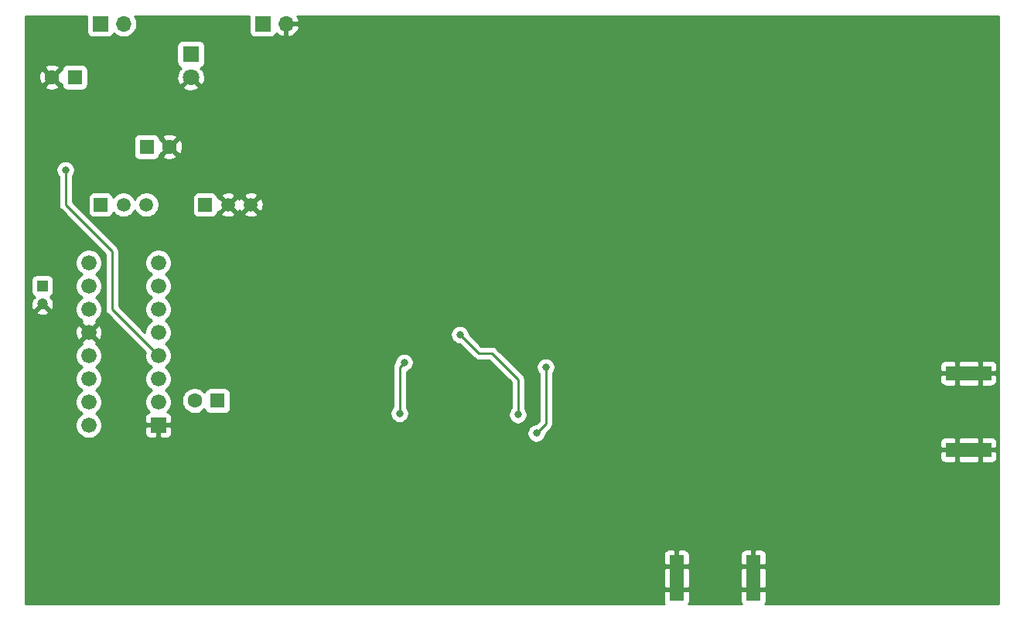
<source format=gbr>
%TF.GenerationSoftware,KiCad,Pcbnew,(5.1.8)-1*%
%TF.CreationDate,2021-03-17T23:27:18-07:00*%
%TF.ProjectId,coffee-vivaldi-tx,636f6666-6565-42d7-9669-76616c64692d,rev?*%
%TF.SameCoordinates,Original*%
%TF.FileFunction,Copper,L2,Bot*%
%TF.FilePolarity,Positive*%
%FSLAX46Y46*%
G04 Gerber Fmt 4.6, Leading zero omitted, Abs format (unit mm)*
G04 Created by KiCad (PCBNEW (5.1.8)-1) date 2021-03-17 23:27:18*
%MOMM*%
%LPD*%
G01*
G04 APERTURE LIST*
%TA.AperFunction,ComponentPad*%
%ADD10C,1.676400*%
%TD*%
%TA.AperFunction,ComponentPad*%
%ADD11R,1.676400X1.676400*%
%TD*%
%TA.AperFunction,ComponentPad*%
%ADD12C,1.508000*%
%TD*%
%TA.AperFunction,ComponentPad*%
%ADD13R,1.508000X1.508000*%
%TD*%
%TA.AperFunction,ComponentPad*%
%ADD14R,1.600000X2.500000*%
%TD*%
%TA.AperFunction,ComponentPad*%
%ADD15R,2.500000X1.600000*%
%TD*%
%TA.AperFunction,ComponentPad*%
%ADD16O,1.700000X1.700000*%
%TD*%
%TA.AperFunction,ComponentPad*%
%ADD17R,1.700000X1.700000*%
%TD*%
%TA.AperFunction,ComponentPad*%
%ADD18R,1.800000X1.800000*%
%TD*%
%TA.AperFunction,ComponentPad*%
%ADD19C,1.800000*%
%TD*%
%TA.AperFunction,ComponentPad*%
%ADD20R,1.600000X1.600000*%
%TD*%
%TA.AperFunction,ComponentPad*%
%ADD21C,1.600000*%
%TD*%
%TA.AperFunction,ComponentPad*%
%ADD22R,1.200000X1.200000*%
%TD*%
%TA.AperFunction,ComponentPad*%
%ADD23C,1.200000*%
%TD*%
%TA.AperFunction,ViaPad*%
%ADD24C,0.800000*%
%TD*%
%TA.AperFunction,ViaPad*%
%ADD25C,5.000000*%
%TD*%
%TA.AperFunction,Conductor*%
%ADD26C,0.250000*%
%TD*%
%TA.AperFunction,Conductor*%
%ADD27C,0.254000*%
%TD*%
%TA.AperFunction,Conductor*%
%ADD28C,0.100000*%
%TD*%
G04 APERTURE END LIST*
D10*
%TO.P,G1,16*%
%TO.N,Net-(G1-Pad16)*%
X113030000Y-108966000D03*
%TO.P,G1,15*%
%TO.N,Net-(G1-Pad15)*%
X113030000Y-106426000D03*
%TO.P,G1,14*%
%TO.N,Net-(G1-Pad14)*%
X113030000Y-103886000D03*
%TO.P,G1,13*%
%TO.N,Net-(G1-Pad13)*%
X113030000Y-101346000D03*
%TO.P,G1,12*%
%TO.N,GND*%
X113030000Y-98806000D03*
%TO.P,G1,11*%
%TO.N,Net-(G1-Pad11)*%
X113030000Y-96266000D03*
%TO.P,G1,10*%
%TO.N,Net-(C13-Pad1)*%
X113030000Y-93726000D03*
%TO.P,G1,9*%
%TO.N,Net-(G1-Pad9)*%
X113030000Y-91186000D03*
%TO.P,G1,8*%
%TO.N,Net-(G1-Pad8)*%
X120650000Y-91186000D03*
%TO.P,G1,7*%
%TO.N,Net-(G1-Pad7)*%
X120650000Y-93726000D03*
%TO.P,G1,6*%
%TO.N,Net-(C9-Pad1)*%
X120650000Y-96266000D03*
%TO.P,G1,5*%
%TO.N,Net-(C9-Pad2)*%
X120650000Y-98806000D03*
%TO.P,G1,4*%
%TO.N,12V_OUT*%
X120650000Y-101346000D03*
%TO.P,G1,3*%
%TO.N,Net-(G1-Pad3)*%
X120650000Y-103886000D03*
%TO.P,G1,2*%
%TO.N,Net-(C7-Pad2)*%
X120650000Y-106426000D03*
D11*
%TO.P,G1,1*%
%TO.N,GND*%
X120650000Y-108966000D03*
%TD*%
D12*
%TO.P,RV2,3*%
%TO.N,Net-(C5-Pad1)*%
X119340000Y-84836000D03*
%TO.P,RV2,2*%
X116840000Y-84836000D03*
D13*
%TO.P,RV2,1*%
%TO.N,Net-(G1-Pad3)*%
X114340000Y-84836000D03*
%TD*%
%TO.P,RV3,1*%
%TO.N,Net-(R14-Pad2)*%
X125770000Y-84836000D03*
D12*
%TO.P,RV3,2*%
%TO.N,GND*%
X128270000Y-84836000D03*
%TO.P,RV3,3*%
X130770000Y-84836000D03*
%TD*%
D14*
%TO.P,U3,3*%
%TO.N,GND*%
X185783864Y-124443194D03*
X185783864Y-126943194D03*
%TO.P,U3,1*%
X177383864Y-124443194D03*
X177383864Y-126943194D03*
%TD*%
D15*
%TO.P,U4,1*%
%TO.N,GND*%
X210599118Y-111681376D03*
X208099118Y-111681376D03*
%TO.P,U4,3*%
X210599118Y-103281376D03*
X208099118Y-103281376D03*
%TD*%
D16*
%TO.P,BT1,2*%
%TO.N,Net-(BT1-Pad2)*%
X116840000Y-65024000D03*
D17*
%TO.P,BT1,1*%
%TO.N,12V_OUT*%
X114300000Y-65024000D03*
%TD*%
%TO.P,BT2,1*%
%TO.N,Net-(BT1-Pad2)*%
X132080000Y-65024000D03*
D16*
%TO.P,BT2,2*%
%TO.N,GND*%
X134620000Y-65024000D03*
%TD*%
D18*
%TO.P,D1,1*%
%TO.N,Net-(D1-Pad1)*%
X124206000Y-68326000D03*
D19*
%TO.P,D1,2*%
%TO.N,GND*%
X124206000Y-70866000D03*
%TD*%
D20*
%TO.P,C5,1*%
%TO.N,Net-(C5-Pad1)*%
X119380000Y-78486000D03*
D21*
%TO.P,C5,2*%
%TO.N,GND*%
X121880000Y-78486000D03*
%TD*%
%TO.P,C7,2*%
%TO.N,Net-(C7-Pad2)*%
X124627000Y-106299000D03*
D20*
%TO.P,C7,1*%
%TO.N,RAMP_SIGNAL*%
X127127000Y-106299000D03*
%TD*%
%TO.P,C8,1*%
%TO.N,12V_OUT*%
X111506000Y-70866000D03*
D21*
%TO.P,C8,2*%
%TO.N,GND*%
X109006000Y-70866000D03*
%TD*%
D22*
%TO.P,C13,1*%
%TO.N,Net-(C13-Pad1)*%
X107950000Y-93726000D03*
D23*
%TO.P,C13,2*%
%TO.N,GND*%
X107950000Y-95726000D03*
%TD*%
D24*
%TO.N,GND*%
X145288000Y-66294000D03*
X140462000Y-102616000D03*
X142494000Y-101600000D03*
X139446000Y-109474000D03*
X145542000Y-112776000D03*
X149606000Y-112776000D03*
X161671000Y-104013000D03*
X154178000Y-109220000D03*
X160020000Y-109474000D03*
X163703000Y-110617000D03*
X164973000Y-110617000D03*
X165862000Y-109728000D03*
X166878000Y-105664000D03*
X143510000Y-79756000D03*
X139954000Y-75692000D03*
X131318000Y-71628000D03*
X148590000Y-103632000D03*
X129540000Y-75946000D03*
X130810000Y-102384864D03*
D25*
X174360000Y-70866000D03*
D24*
X154940000Y-103886000D03*
X151130000Y-103886000D03*
X142240000Y-107696000D03*
X172160000Y-104726000D03*
X178410000Y-104726000D03*
X184660000Y-104726000D03*
X190910000Y-104726000D03*
X197160000Y-104726000D03*
X203410000Y-104726000D03*
X197160000Y-98476000D03*
X203410000Y-98476000D03*
X190910000Y-98476000D03*
X184660000Y-98476000D03*
X178410000Y-98476000D03*
X172160000Y-98476000D03*
X165910000Y-98476000D03*
X165910000Y-92226000D03*
X172160000Y-92226000D03*
X178410000Y-92226000D03*
X184660000Y-92226000D03*
X190910000Y-92226000D03*
X197160000Y-92226000D03*
X203410000Y-92226000D03*
X209660000Y-92226000D03*
X209660000Y-98476000D03*
X203410000Y-117226000D03*
X209660000Y-117226000D03*
X209660000Y-123476000D03*
X203410000Y-123476000D03*
X197160000Y-117226000D03*
X190910000Y-117226000D03*
X197160000Y-123476000D03*
X190910000Y-123476000D03*
X184660000Y-117226000D03*
X178410000Y-110976000D03*
X178410000Y-117226000D03*
X172160000Y-117226000D03*
X172160000Y-110976000D03*
X165910000Y-117226000D03*
X172160000Y-123476000D03*
X165910000Y-123476000D03*
X153410000Y-92226000D03*
X159660000Y-92226000D03*
X159660000Y-98476000D03*
X140910000Y-92226000D03*
X147160000Y-92226000D03*
X147160000Y-98476000D03*
X159660000Y-117226000D03*
X159660000Y-123476000D03*
X153410000Y-123476000D03*
X153410000Y-117226000D03*
X147160000Y-117226000D03*
X147160000Y-123476000D03*
X140910000Y-123476000D03*
X140910000Y-117226000D03*
X134660000Y-117226000D03*
X134660000Y-123476000D03*
X134660000Y-110976000D03*
X128410000Y-110976000D03*
X128410000Y-117226000D03*
X128410000Y-123476000D03*
X128410000Y-98476000D03*
X128410000Y-92226000D03*
X122160000Y-117226000D03*
X122160000Y-123476000D03*
X115910000Y-123476000D03*
X115910000Y-117226000D03*
X109660000Y-117226000D03*
X109660000Y-123476000D03*
X109660000Y-110976000D03*
X115910000Y-110976000D03*
X122160000Y-110976000D03*
X134660000Y-98476000D03*
X117619921Y-75365172D03*
X156718000Y-102870000D03*
X199898000Y-127762000D03*
X146558000Y-83820000D03*
%TO.N,Net-(C4-Pad2)*%
X147574000Y-102108000D03*
X147066000Y-107696000D03*
%TO.N,12V_OUT*%
X110490000Y-81026000D03*
%TO.N,3.6V_OUT*%
X153670000Y-99060000D03*
X160020000Y-107823000D03*
X163068000Y-102616000D03*
X162052000Y-109855000D03*
%TD*%
D26*
%TO.N,Net-(C4-Pad2)*%
X147574000Y-102108000D02*
X147066000Y-102616000D01*
X147066000Y-102616000D02*
X147066000Y-107696000D01*
%TO.N,12V_OUT*%
X120650000Y-101346000D02*
X115570000Y-96266000D01*
X115570000Y-96266000D02*
X115570000Y-89916000D01*
X115570000Y-89916000D02*
X110490000Y-84836000D01*
X110490000Y-84836000D02*
X110490000Y-81026000D01*
%TO.N,3.6V_OUT*%
X155702000Y-101092000D02*
X153670000Y-99060000D01*
X157156002Y-101092000D02*
X155702000Y-101092000D01*
X160020000Y-103955998D02*
X157156002Y-101092000D01*
X160020000Y-107823000D02*
X160020000Y-103955998D01*
X163068000Y-108839000D02*
X163068000Y-102616000D01*
X162052000Y-109855000D02*
X163068000Y-108839000D01*
%TD*%
D27*
%TO.N,GND*%
X112811928Y-65874000D02*
X112824188Y-65998482D01*
X112860498Y-66118180D01*
X112919463Y-66228494D01*
X112998815Y-66325185D01*
X113095506Y-66404537D01*
X113205820Y-66463502D01*
X113325518Y-66499812D01*
X113450000Y-66512072D01*
X115150000Y-66512072D01*
X115274482Y-66499812D01*
X115394180Y-66463502D01*
X115504494Y-66404537D01*
X115601185Y-66325185D01*
X115680537Y-66228494D01*
X115739502Y-66118180D01*
X115761513Y-66045620D01*
X115893368Y-66177475D01*
X116136589Y-66339990D01*
X116406842Y-66451932D01*
X116693740Y-66509000D01*
X116986260Y-66509000D01*
X117273158Y-66451932D01*
X117543411Y-66339990D01*
X117786632Y-66177475D01*
X117993475Y-65970632D01*
X118155990Y-65727411D01*
X118267932Y-65457158D01*
X118325000Y-65170260D01*
X118325000Y-64877740D01*
X118267932Y-64590842D01*
X118155990Y-64320589D01*
X118066061Y-64186000D01*
X130591928Y-64186000D01*
X130591928Y-65874000D01*
X130604188Y-65998482D01*
X130640498Y-66118180D01*
X130699463Y-66228494D01*
X130778815Y-66325185D01*
X130875506Y-66404537D01*
X130985820Y-66463502D01*
X131105518Y-66499812D01*
X131230000Y-66512072D01*
X132930000Y-66512072D01*
X133054482Y-66499812D01*
X133174180Y-66463502D01*
X133284494Y-66404537D01*
X133381185Y-66325185D01*
X133460537Y-66228494D01*
X133519502Y-66118180D01*
X133543966Y-66037534D01*
X133619731Y-66121588D01*
X133853080Y-66295641D01*
X134115901Y-66420825D01*
X134263110Y-66465476D01*
X134493000Y-66344155D01*
X134493000Y-65151000D01*
X134747000Y-65151000D01*
X134747000Y-66344155D01*
X134976890Y-66465476D01*
X135124099Y-66420825D01*
X135386920Y-66295641D01*
X135620269Y-66121588D01*
X135815178Y-65905355D01*
X135964157Y-65655252D01*
X136061481Y-65380891D01*
X135940814Y-65151000D01*
X134747000Y-65151000D01*
X134493000Y-65151000D01*
X134473000Y-65151000D01*
X134473000Y-64897000D01*
X134493000Y-64897000D01*
X134493000Y-64877000D01*
X134747000Y-64877000D01*
X134747000Y-64897000D01*
X135940814Y-64897000D01*
X136061481Y-64667109D01*
X135964157Y-64392748D01*
X135841003Y-64186000D01*
X212650000Y-64186000D01*
X212650001Y-128576000D01*
X187091166Y-128576000D01*
X187114401Y-128547688D01*
X187173366Y-128437374D01*
X187209676Y-128317676D01*
X187221936Y-128193194D01*
X187218864Y-127228944D01*
X187060114Y-127070194D01*
X185910864Y-127070194D01*
X185910864Y-127090194D01*
X185656864Y-127090194D01*
X185656864Y-127070194D01*
X184507614Y-127070194D01*
X184348864Y-127228944D01*
X184345792Y-128193194D01*
X184358052Y-128317676D01*
X184394362Y-128437374D01*
X184453327Y-128547688D01*
X184476562Y-128576000D01*
X178691166Y-128576000D01*
X178714401Y-128547688D01*
X178773366Y-128437374D01*
X178809676Y-128317676D01*
X178821936Y-128193194D01*
X178818864Y-127228944D01*
X178660114Y-127070194D01*
X177510864Y-127070194D01*
X177510864Y-127090194D01*
X177256864Y-127090194D01*
X177256864Y-127070194D01*
X176107614Y-127070194D01*
X175948864Y-127228944D01*
X175945792Y-128193194D01*
X175958052Y-128317676D01*
X175994362Y-128437374D01*
X176053327Y-128547688D01*
X176076562Y-128576000D01*
X106120000Y-128576000D01*
X106120000Y-125693194D01*
X175945792Y-125693194D01*
X175948864Y-126657444D01*
X176107614Y-126816194D01*
X177256864Y-126816194D01*
X177256864Y-124570194D01*
X177510864Y-124570194D01*
X177510864Y-126816194D01*
X178660114Y-126816194D01*
X178818864Y-126657444D01*
X178821936Y-125693194D01*
X184345792Y-125693194D01*
X184348864Y-126657444D01*
X184507614Y-126816194D01*
X185656864Y-126816194D01*
X185656864Y-124570194D01*
X185910864Y-124570194D01*
X185910864Y-126816194D01*
X187060114Y-126816194D01*
X187218864Y-126657444D01*
X187221936Y-125693194D01*
X187218864Y-124728944D01*
X187060114Y-124570194D01*
X185910864Y-124570194D01*
X185656864Y-124570194D01*
X184507614Y-124570194D01*
X184348864Y-124728944D01*
X184345792Y-125693194D01*
X178821936Y-125693194D01*
X178818864Y-124728944D01*
X178660114Y-124570194D01*
X177510864Y-124570194D01*
X177256864Y-124570194D01*
X176107614Y-124570194D01*
X175948864Y-124728944D01*
X175945792Y-125693194D01*
X106120000Y-125693194D01*
X106120000Y-123193194D01*
X175945792Y-123193194D01*
X175948864Y-124157444D01*
X176107614Y-124316194D01*
X177256864Y-124316194D01*
X177256864Y-122716944D01*
X177510864Y-122716944D01*
X177510864Y-124316194D01*
X178660114Y-124316194D01*
X178818864Y-124157444D01*
X178821936Y-123193194D01*
X184345792Y-123193194D01*
X184348864Y-124157444D01*
X184507614Y-124316194D01*
X185656864Y-124316194D01*
X185656864Y-122716944D01*
X185910864Y-122716944D01*
X185910864Y-124316194D01*
X187060114Y-124316194D01*
X187218864Y-124157444D01*
X187221936Y-123193194D01*
X187209676Y-123068712D01*
X187173366Y-122949014D01*
X187114401Y-122838700D01*
X187035049Y-122742009D01*
X186938358Y-122662657D01*
X186828044Y-122603692D01*
X186708346Y-122567382D01*
X186583864Y-122555122D01*
X186069614Y-122558194D01*
X185910864Y-122716944D01*
X185656864Y-122716944D01*
X185498114Y-122558194D01*
X184983864Y-122555122D01*
X184859382Y-122567382D01*
X184739684Y-122603692D01*
X184629370Y-122662657D01*
X184532679Y-122742009D01*
X184453327Y-122838700D01*
X184394362Y-122949014D01*
X184358052Y-123068712D01*
X184345792Y-123193194D01*
X178821936Y-123193194D01*
X178809676Y-123068712D01*
X178773366Y-122949014D01*
X178714401Y-122838700D01*
X178635049Y-122742009D01*
X178538358Y-122662657D01*
X178428044Y-122603692D01*
X178308346Y-122567382D01*
X178183864Y-122555122D01*
X177669614Y-122558194D01*
X177510864Y-122716944D01*
X177256864Y-122716944D01*
X177098114Y-122558194D01*
X176583864Y-122555122D01*
X176459382Y-122567382D01*
X176339684Y-122603692D01*
X176229370Y-122662657D01*
X176132679Y-122742009D01*
X176053327Y-122838700D01*
X175994362Y-122949014D01*
X175958052Y-123068712D01*
X175945792Y-123193194D01*
X106120000Y-123193194D01*
X106120000Y-112481376D01*
X206211046Y-112481376D01*
X206223306Y-112605858D01*
X206259616Y-112725556D01*
X206318581Y-112835870D01*
X206397933Y-112932561D01*
X206494624Y-113011913D01*
X206604938Y-113070878D01*
X206724636Y-113107188D01*
X206849118Y-113119448D01*
X207813368Y-113116376D01*
X207972118Y-112957626D01*
X207972118Y-111808376D01*
X208226118Y-111808376D01*
X208226118Y-112957626D01*
X208384868Y-113116376D01*
X209349118Y-113119448D01*
X210313368Y-113116376D01*
X210472118Y-112957626D01*
X210472118Y-111808376D01*
X210726118Y-111808376D01*
X210726118Y-112957626D01*
X210884868Y-113116376D01*
X211849118Y-113119448D01*
X211973600Y-113107188D01*
X212093298Y-113070878D01*
X212203612Y-113011913D01*
X212300303Y-112932561D01*
X212379655Y-112835870D01*
X212438620Y-112725556D01*
X212474930Y-112605858D01*
X212487190Y-112481376D01*
X212484118Y-111967126D01*
X212325368Y-111808376D01*
X210726118Y-111808376D01*
X210472118Y-111808376D01*
X208226118Y-111808376D01*
X207972118Y-111808376D01*
X206372868Y-111808376D01*
X206214118Y-111967126D01*
X206211046Y-112481376D01*
X106120000Y-112481376D01*
X106120000Y-101200902D01*
X111556800Y-101200902D01*
X111556800Y-101491098D01*
X111613414Y-101775717D01*
X111724467Y-102043822D01*
X111885691Y-102285110D01*
X112090890Y-102490309D01*
X112278999Y-102616000D01*
X112090890Y-102741691D01*
X111885691Y-102946890D01*
X111724467Y-103188178D01*
X111613414Y-103456283D01*
X111556800Y-103740902D01*
X111556800Y-104031098D01*
X111613414Y-104315717D01*
X111724467Y-104583822D01*
X111885691Y-104825110D01*
X112090890Y-105030309D01*
X112278999Y-105156000D01*
X112090890Y-105281691D01*
X111885691Y-105486890D01*
X111724467Y-105728178D01*
X111613414Y-105996283D01*
X111556800Y-106280902D01*
X111556800Y-106571098D01*
X111613414Y-106855717D01*
X111724467Y-107123822D01*
X111885691Y-107365110D01*
X112090890Y-107570309D01*
X112278999Y-107696000D01*
X112090890Y-107821691D01*
X111885691Y-108026890D01*
X111724467Y-108268178D01*
X111613414Y-108536283D01*
X111556800Y-108820902D01*
X111556800Y-109111098D01*
X111613414Y-109395717D01*
X111724467Y-109663822D01*
X111885691Y-109905110D01*
X112090890Y-110110309D01*
X112332178Y-110271533D01*
X112600283Y-110382586D01*
X112884902Y-110439200D01*
X113175098Y-110439200D01*
X113459717Y-110382586D01*
X113727822Y-110271533D01*
X113969110Y-110110309D01*
X114174309Y-109905110D01*
X114241735Y-109804200D01*
X119173728Y-109804200D01*
X119185988Y-109928682D01*
X119222298Y-110048380D01*
X119281263Y-110158694D01*
X119360615Y-110255385D01*
X119457306Y-110334737D01*
X119567620Y-110393702D01*
X119687318Y-110430012D01*
X119811800Y-110442272D01*
X120364250Y-110439200D01*
X120523000Y-110280450D01*
X120523000Y-109093000D01*
X120777000Y-109093000D01*
X120777000Y-110280450D01*
X120935750Y-110439200D01*
X121488200Y-110442272D01*
X121612682Y-110430012D01*
X121732380Y-110393702D01*
X121842694Y-110334737D01*
X121939385Y-110255385D01*
X122018737Y-110158694D01*
X122077702Y-110048380D01*
X122114012Y-109928682D01*
X122126272Y-109804200D01*
X122125988Y-109753061D01*
X161017000Y-109753061D01*
X161017000Y-109956939D01*
X161056774Y-110156898D01*
X161134795Y-110345256D01*
X161248063Y-110514774D01*
X161392226Y-110658937D01*
X161561744Y-110772205D01*
X161750102Y-110850226D01*
X161950061Y-110890000D01*
X162153939Y-110890000D01*
X162197295Y-110881376D01*
X206211046Y-110881376D01*
X206214118Y-111395626D01*
X206372868Y-111554376D01*
X207972118Y-111554376D01*
X207972118Y-110405126D01*
X208226118Y-110405126D01*
X208226118Y-111554376D01*
X210472118Y-111554376D01*
X210472118Y-110405126D01*
X210726118Y-110405126D01*
X210726118Y-111554376D01*
X212325368Y-111554376D01*
X212484118Y-111395626D01*
X212487190Y-110881376D01*
X212474930Y-110756894D01*
X212438620Y-110637196D01*
X212379655Y-110526882D01*
X212300303Y-110430191D01*
X212203612Y-110350839D01*
X212093298Y-110291874D01*
X211973600Y-110255564D01*
X211849118Y-110243304D01*
X210884868Y-110246376D01*
X210726118Y-110405126D01*
X210472118Y-110405126D01*
X210313368Y-110246376D01*
X209349118Y-110243304D01*
X208384868Y-110246376D01*
X208226118Y-110405126D01*
X207972118Y-110405126D01*
X207813368Y-110246376D01*
X206849118Y-110243304D01*
X206724636Y-110255564D01*
X206604938Y-110291874D01*
X206494624Y-110350839D01*
X206397933Y-110430191D01*
X206318581Y-110526882D01*
X206259616Y-110637196D01*
X206223306Y-110756894D01*
X206211046Y-110881376D01*
X162197295Y-110881376D01*
X162353898Y-110850226D01*
X162542256Y-110772205D01*
X162711774Y-110658937D01*
X162855937Y-110514774D01*
X162969205Y-110345256D01*
X163047226Y-110156898D01*
X163087000Y-109956939D01*
X163087000Y-109894801D01*
X163579004Y-109402798D01*
X163608001Y-109379001D01*
X163636727Y-109343998D01*
X163702974Y-109263277D01*
X163773546Y-109131247D01*
X163797869Y-109051063D01*
X163817003Y-108987986D01*
X163828000Y-108876333D01*
X163828000Y-108876323D01*
X163831676Y-108839000D01*
X163828000Y-108801678D01*
X163828000Y-104081376D01*
X206211046Y-104081376D01*
X206223306Y-104205858D01*
X206259616Y-104325556D01*
X206318581Y-104435870D01*
X206397933Y-104532561D01*
X206494624Y-104611913D01*
X206604938Y-104670878D01*
X206724636Y-104707188D01*
X206849118Y-104719448D01*
X207813368Y-104716376D01*
X207972118Y-104557626D01*
X207972118Y-103408376D01*
X208226118Y-103408376D01*
X208226118Y-104557626D01*
X208384868Y-104716376D01*
X209349118Y-104719448D01*
X210313368Y-104716376D01*
X210472118Y-104557626D01*
X210472118Y-103408376D01*
X210726118Y-103408376D01*
X210726118Y-104557626D01*
X210884868Y-104716376D01*
X211849118Y-104719448D01*
X211973600Y-104707188D01*
X212093298Y-104670878D01*
X212203612Y-104611913D01*
X212300303Y-104532561D01*
X212379655Y-104435870D01*
X212438620Y-104325556D01*
X212474930Y-104205858D01*
X212487190Y-104081376D01*
X212484118Y-103567126D01*
X212325368Y-103408376D01*
X210726118Y-103408376D01*
X210472118Y-103408376D01*
X208226118Y-103408376D01*
X207972118Y-103408376D01*
X206372868Y-103408376D01*
X206214118Y-103567126D01*
X206211046Y-104081376D01*
X163828000Y-104081376D01*
X163828000Y-103319711D01*
X163871937Y-103275774D01*
X163985205Y-103106256D01*
X164063226Y-102917898D01*
X164103000Y-102717939D01*
X164103000Y-102514061D01*
X164096499Y-102481376D01*
X206211046Y-102481376D01*
X206214118Y-102995626D01*
X206372868Y-103154376D01*
X207972118Y-103154376D01*
X207972118Y-102005126D01*
X208226118Y-102005126D01*
X208226118Y-103154376D01*
X210472118Y-103154376D01*
X210472118Y-102005126D01*
X210726118Y-102005126D01*
X210726118Y-103154376D01*
X212325368Y-103154376D01*
X212484118Y-102995626D01*
X212487190Y-102481376D01*
X212474930Y-102356894D01*
X212438620Y-102237196D01*
X212379655Y-102126882D01*
X212300303Y-102030191D01*
X212203612Y-101950839D01*
X212093298Y-101891874D01*
X211973600Y-101855564D01*
X211849118Y-101843304D01*
X210884868Y-101846376D01*
X210726118Y-102005126D01*
X210472118Y-102005126D01*
X210313368Y-101846376D01*
X209349118Y-101843304D01*
X208384868Y-101846376D01*
X208226118Y-102005126D01*
X207972118Y-102005126D01*
X207813368Y-101846376D01*
X206849118Y-101843304D01*
X206724636Y-101855564D01*
X206604938Y-101891874D01*
X206494624Y-101950839D01*
X206397933Y-102030191D01*
X206318581Y-102126882D01*
X206259616Y-102237196D01*
X206223306Y-102356894D01*
X206211046Y-102481376D01*
X164096499Y-102481376D01*
X164063226Y-102314102D01*
X163985205Y-102125744D01*
X163871937Y-101956226D01*
X163727774Y-101812063D01*
X163558256Y-101698795D01*
X163369898Y-101620774D01*
X163169939Y-101581000D01*
X162966061Y-101581000D01*
X162766102Y-101620774D01*
X162577744Y-101698795D01*
X162408226Y-101812063D01*
X162264063Y-101956226D01*
X162150795Y-102125744D01*
X162072774Y-102314102D01*
X162033000Y-102514061D01*
X162033000Y-102717939D01*
X162072774Y-102917898D01*
X162150795Y-103106256D01*
X162264063Y-103275774D01*
X162308001Y-103319712D01*
X162308000Y-108524198D01*
X162012199Y-108820000D01*
X161950061Y-108820000D01*
X161750102Y-108859774D01*
X161561744Y-108937795D01*
X161392226Y-109051063D01*
X161248063Y-109195226D01*
X161134795Y-109364744D01*
X161056774Y-109553102D01*
X161017000Y-109753061D01*
X122125988Y-109753061D01*
X122123200Y-109251750D01*
X121964450Y-109093000D01*
X120777000Y-109093000D01*
X120523000Y-109093000D01*
X119335550Y-109093000D01*
X119176800Y-109251750D01*
X119173728Y-109804200D01*
X114241735Y-109804200D01*
X114335533Y-109663822D01*
X114446586Y-109395717D01*
X114503200Y-109111098D01*
X114503200Y-108820902D01*
X114446586Y-108536283D01*
X114335533Y-108268178D01*
X114174309Y-108026890D01*
X113969110Y-107821691D01*
X113781001Y-107696000D01*
X113969110Y-107570309D01*
X114174309Y-107365110D01*
X114335533Y-107123822D01*
X114446586Y-106855717D01*
X114503200Y-106571098D01*
X114503200Y-106280902D01*
X114446586Y-105996283D01*
X114335533Y-105728178D01*
X114174309Y-105486890D01*
X113969110Y-105281691D01*
X113781001Y-105156000D01*
X113969110Y-105030309D01*
X114174309Y-104825110D01*
X114335533Y-104583822D01*
X114446586Y-104315717D01*
X114503200Y-104031098D01*
X114503200Y-103740902D01*
X114446586Y-103456283D01*
X114335533Y-103188178D01*
X114174309Y-102946890D01*
X113969110Y-102741691D01*
X113781001Y-102616000D01*
X113969110Y-102490309D01*
X114174309Y-102285110D01*
X114335533Y-102043822D01*
X114446586Y-101775717D01*
X114503200Y-101491098D01*
X114503200Y-101200902D01*
X114446586Y-100916283D01*
X114335533Y-100648178D01*
X114174309Y-100406890D01*
X113969110Y-100201691D01*
X113785057Y-100078711D01*
X113794162Y-100073844D01*
X113870370Y-99825975D01*
X113030000Y-98985605D01*
X112189630Y-99825975D01*
X112265838Y-100073844D01*
X112275408Y-100078399D01*
X112090890Y-100201691D01*
X111885691Y-100406890D01*
X111724467Y-100648178D01*
X111613414Y-100916283D01*
X111556800Y-101200902D01*
X106120000Y-101200902D01*
X106120000Y-98874999D01*
X111551281Y-98874999D01*
X111593155Y-99162157D01*
X111690246Y-99435628D01*
X111762156Y-99570162D01*
X112010025Y-99646370D01*
X112850395Y-98806000D01*
X113209605Y-98806000D01*
X114049975Y-99646370D01*
X114297844Y-99570162D01*
X114422563Y-99308135D01*
X114493768Y-99026811D01*
X114508719Y-98737001D01*
X114466845Y-98449843D01*
X114369754Y-98176372D01*
X114297844Y-98041838D01*
X114049975Y-97965630D01*
X113209605Y-98806000D01*
X112850395Y-98806000D01*
X112010025Y-97965630D01*
X111762156Y-98041838D01*
X111637437Y-98303865D01*
X111566232Y-98585189D01*
X111551281Y-98874999D01*
X106120000Y-98874999D01*
X106120000Y-96575764D01*
X107279841Y-96575764D01*
X107327148Y-96799348D01*
X107548516Y-96900237D01*
X107785313Y-96956000D01*
X108028438Y-96964495D01*
X108268549Y-96925395D01*
X108496418Y-96840202D01*
X108572852Y-96799348D01*
X108620159Y-96575764D01*
X107950000Y-95905605D01*
X107279841Y-96575764D01*
X106120000Y-96575764D01*
X106120000Y-95804438D01*
X106711505Y-95804438D01*
X106750605Y-96044549D01*
X106835798Y-96272418D01*
X106876652Y-96348852D01*
X107100236Y-96396159D01*
X107770395Y-95726000D01*
X107756253Y-95711858D01*
X107935858Y-95532253D01*
X107950000Y-95546395D01*
X107964143Y-95532253D01*
X108143748Y-95711858D01*
X108129605Y-95726000D01*
X108799764Y-96396159D01*
X109023348Y-96348852D01*
X109124237Y-96127484D01*
X109180000Y-95890687D01*
X109188495Y-95647562D01*
X109149395Y-95407451D01*
X109064202Y-95179582D01*
X109023348Y-95103148D01*
X108799766Y-95055842D01*
X108916872Y-94938736D01*
X108858994Y-94880858D01*
X108904494Y-94856537D01*
X109001185Y-94777185D01*
X109080537Y-94680494D01*
X109139502Y-94570180D01*
X109175812Y-94450482D01*
X109188072Y-94326000D01*
X109188072Y-93126000D01*
X109175812Y-93001518D01*
X109139502Y-92881820D01*
X109080537Y-92771506D01*
X109001185Y-92674815D01*
X108904494Y-92595463D01*
X108794180Y-92536498D01*
X108674482Y-92500188D01*
X108550000Y-92487928D01*
X107350000Y-92487928D01*
X107225518Y-92500188D01*
X107105820Y-92536498D01*
X106995506Y-92595463D01*
X106898815Y-92674815D01*
X106819463Y-92771506D01*
X106760498Y-92881820D01*
X106724188Y-93001518D01*
X106711928Y-93126000D01*
X106711928Y-94326000D01*
X106724188Y-94450482D01*
X106760498Y-94570180D01*
X106819463Y-94680494D01*
X106898815Y-94777185D01*
X106995506Y-94856537D01*
X107041006Y-94880858D01*
X106983128Y-94938736D01*
X107100234Y-95055842D01*
X106876652Y-95103148D01*
X106775763Y-95324516D01*
X106720000Y-95561313D01*
X106711505Y-95804438D01*
X106120000Y-95804438D01*
X106120000Y-91040902D01*
X111556800Y-91040902D01*
X111556800Y-91331098D01*
X111613414Y-91615717D01*
X111724467Y-91883822D01*
X111885691Y-92125110D01*
X112090890Y-92330309D01*
X112278999Y-92456000D01*
X112090890Y-92581691D01*
X111885691Y-92786890D01*
X111724467Y-93028178D01*
X111613414Y-93296283D01*
X111556800Y-93580902D01*
X111556800Y-93871098D01*
X111613414Y-94155717D01*
X111724467Y-94423822D01*
X111885691Y-94665110D01*
X112090890Y-94870309D01*
X112278999Y-94996000D01*
X112090890Y-95121691D01*
X111885691Y-95326890D01*
X111724467Y-95568178D01*
X111613414Y-95836283D01*
X111556800Y-96120902D01*
X111556800Y-96411098D01*
X111613414Y-96695717D01*
X111724467Y-96963822D01*
X111885691Y-97205110D01*
X112090890Y-97410309D01*
X112274943Y-97533289D01*
X112265838Y-97538156D01*
X112189630Y-97786025D01*
X113030000Y-98626395D01*
X113870370Y-97786025D01*
X113794162Y-97538156D01*
X113784592Y-97533601D01*
X113969110Y-97410309D01*
X114174309Y-97205110D01*
X114335533Y-96963822D01*
X114446586Y-96695717D01*
X114503200Y-96411098D01*
X114503200Y-96120902D01*
X114446586Y-95836283D01*
X114335533Y-95568178D01*
X114174309Y-95326890D01*
X113969110Y-95121691D01*
X113781001Y-94996000D01*
X113969110Y-94870309D01*
X114174309Y-94665110D01*
X114335533Y-94423822D01*
X114446586Y-94155717D01*
X114503200Y-93871098D01*
X114503200Y-93580902D01*
X114446586Y-93296283D01*
X114335533Y-93028178D01*
X114174309Y-92786890D01*
X113969110Y-92581691D01*
X113781001Y-92456000D01*
X113969110Y-92330309D01*
X114174309Y-92125110D01*
X114335533Y-91883822D01*
X114446586Y-91615717D01*
X114503200Y-91331098D01*
X114503200Y-91040902D01*
X114446586Y-90756283D01*
X114335533Y-90488178D01*
X114174309Y-90246890D01*
X113969110Y-90041691D01*
X113727822Y-89880467D01*
X113459717Y-89769414D01*
X113175098Y-89712800D01*
X112884902Y-89712800D01*
X112600283Y-89769414D01*
X112332178Y-89880467D01*
X112090890Y-90041691D01*
X111885691Y-90246890D01*
X111724467Y-90488178D01*
X111613414Y-90756283D01*
X111556800Y-91040902D01*
X106120000Y-91040902D01*
X106120000Y-80924061D01*
X109455000Y-80924061D01*
X109455000Y-81127939D01*
X109494774Y-81327898D01*
X109572795Y-81516256D01*
X109686063Y-81685774D01*
X109730001Y-81729712D01*
X109730000Y-84798677D01*
X109726324Y-84836000D01*
X109730000Y-84873322D01*
X109730000Y-84873332D01*
X109740997Y-84984985D01*
X109756770Y-85036982D01*
X109784454Y-85128246D01*
X109855026Y-85260276D01*
X109894871Y-85308826D01*
X109949999Y-85376001D01*
X109979003Y-85399804D01*
X114810001Y-90230803D01*
X114810000Y-96228677D01*
X114806324Y-96266000D01*
X114810000Y-96303322D01*
X114810000Y-96303332D01*
X114820997Y-96414985D01*
X114864454Y-96558246D01*
X114935026Y-96690276D01*
X114974871Y-96738826D01*
X115029999Y-96806001D01*
X115059003Y-96829804D01*
X119218825Y-100989627D01*
X119176800Y-101200902D01*
X119176800Y-101491098D01*
X119233414Y-101775717D01*
X119344467Y-102043822D01*
X119505691Y-102285110D01*
X119710890Y-102490309D01*
X119898999Y-102616000D01*
X119710890Y-102741691D01*
X119505691Y-102946890D01*
X119344467Y-103188178D01*
X119233414Y-103456283D01*
X119176800Y-103740902D01*
X119176800Y-104031098D01*
X119233414Y-104315717D01*
X119344467Y-104583822D01*
X119505691Y-104825110D01*
X119710890Y-105030309D01*
X119898999Y-105156000D01*
X119710890Y-105281691D01*
X119505691Y-105486890D01*
X119344467Y-105728178D01*
X119233414Y-105996283D01*
X119176800Y-106280902D01*
X119176800Y-106571098D01*
X119233414Y-106855717D01*
X119344467Y-107123822D01*
X119505691Y-107365110D01*
X119652984Y-107512403D01*
X119567620Y-107538298D01*
X119457306Y-107597263D01*
X119360615Y-107676615D01*
X119281263Y-107773306D01*
X119222298Y-107883620D01*
X119185988Y-108003318D01*
X119173728Y-108127800D01*
X119176800Y-108680250D01*
X119335550Y-108839000D01*
X120523000Y-108839000D01*
X120523000Y-108819000D01*
X120777000Y-108819000D01*
X120777000Y-108839000D01*
X121964450Y-108839000D01*
X122123200Y-108680250D01*
X122126272Y-108127800D01*
X122114012Y-108003318D01*
X122077702Y-107883620D01*
X122018737Y-107773306D01*
X121939385Y-107676615D01*
X121842694Y-107597263D01*
X121732380Y-107538298D01*
X121647016Y-107512403D01*
X121794309Y-107365110D01*
X121955533Y-107123822D01*
X122066586Y-106855717D01*
X122123200Y-106571098D01*
X122123200Y-106280902D01*
X122098687Y-106157665D01*
X123192000Y-106157665D01*
X123192000Y-106440335D01*
X123247147Y-106717574D01*
X123355320Y-106978727D01*
X123512363Y-107213759D01*
X123712241Y-107413637D01*
X123947273Y-107570680D01*
X124208426Y-107678853D01*
X124485665Y-107734000D01*
X124768335Y-107734000D01*
X125045574Y-107678853D01*
X125306727Y-107570680D01*
X125541759Y-107413637D01*
X125708339Y-107247057D01*
X125737498Y-107343180D01*
X125796463Y-107453494D01*
X125875815Y-107550185D01*
X125972506Y-107629537D01*
X126082820Y-107688502D01*
X126202518Y-107724812D01*
X126327000Y-107737072D01*
X127927000Y-107737072D01*
X128051482Y-107724812D01*
X128171180Y-107688502D01*
X128281494Y-107629537D01*
X128324721Y-107594061D01*
X146031000Y-107594061D01*
X146031000Y-107797939D01*
X146070774Y-107997898D01*
X146148795Y-108186256D01*
X146262063Y-108355774D01*
X146406226Y-108499937D01*
X146575744Y-108613205D01*
X146764102Y-108691226D01*
X146964061Y-108731000D01*
X147167939Y-108731000D01*
X147367898Y-108691226D01*
X147556256Y-108613205D01*
X147725774Y-108499937D01*
X147869937Y-108355774D01*
X147983205Y-108186256D01*
X148061226Y-107997898D01*
X148101000Y-107797939D01*
X148101000Y-107594061D01*
X148061226Y-107394102D01*
X147983205Y-107205744D01*
X147869937Y-107036226D01*
X147826000Y-106992289D01*
X147826000Y-103113151D01*
X147875898Y-103103226D01*
X148064256Y-103025205D01*
X148233774Y-102911937D01*
X148377937Y-102767774D01*
X148491205Y-102598256D01*
X148569226Y-102409898D01*
X148609000Y-102209939D01*
X148609000Y-102006061D01*
X148569226Y-101806102D01*
X148491205Y-101617744D01*
X148377937Y-101448226D01*
X148233774Y-101304063D01*
X148064256Y-101190795D01*
X147875898Y-101112774D01*
X147675939Y-101073000D01*
X147472061Y-101073000D01*
X147272102Y-101112774D01*
X147083744Y-101190795D01*
X146914226Y-101304063D01*
X146770063Y-101448226D01*
X146656795Y-101617744D01*
X146578774Y-101806102D01*
X146539000Y-102006061D01*
X146539000Y-102065329D01*
X146525999Y-102075999D01*
X146485175Y-102125744D01*
X146431026Y-102191724D01*
X146421290Y-102209939D01*
X146360454Y-102323754D01*
X146316997Y-102467015D01*
X146306000Y-102578668D01*
X146306000Y-102578678D01*
X146302324Y-102616000D01*
X146306000Y-102653323D01*
X146306001Y-106992288D01*
X146262063Y-107036226D01*
X146148795Y-107205744D01*
X146070774Y-107394102D01*
X146031000Y-107594061D01*
X128324721Y-107594061D01*
X128378185Y-107550185D01*
X128457537Y-107453494D01*
X128516502Y-107343180D01*
X128552812Y-107223482D01*
X128565072Y-107099000D01*
X128565072Y-105499000D01*
X128552812Y-105374518D01*
X128516502Y-105254820D01*
X128457537Y-105144506D01*
X128378185Y-105047815D01*
X128281494Y-104968463D01*
X128171180Y-104909498D01*
X128051482Y-104873188D01*
X127927000Y-104860928D01*
X126327000Y-104860928D01*
X126202518Y-104873188D01*
X126082820Y-104909498D01*
X125972506Y-104968463D01*
X125875815Y-105047815D01*
X125796463Y-105144506D01*
X125737498Y-105254820D01*
X125708339Y-105350943D01*
X125541759Y-105184363D01*
X125306727Y-105027320D01*
X125045574Y-104919147D01*
X124768335Y-104864000D01*
X124485665Y-104864000D01*
X124208426Y-104919147D01*
X123947273Y-105027320D01*
X123712241Y-105184363D01*
X123512363Y-105384241D01*
X123355320Y-105619273D01*
X123247147Y-105880426D01*
X123192000Y-106157665D01*
X122098687Y-106157665D01*
X122066586Y-105996283D01*
X121955533Y-105728178D01*
X121794309Y-105486890D01*
X121589110Y-105281691D01*
X121401001Y-105156000D01*
X121589110Y-105030309D01*
X121794309Y-104825110D01*
X121955533Y-104583822D01*
X122066586Y-104315717D01*
X122123200Y-104031098D01*
X122123200Y-103740902D01*
X122066586Y-103456283D01*
X121955533Y-103188178D01*
X121794309Y-102946890D01*
X121589110Y-102741691D01*
X121401001Y-102616000D01*
X121589110Y-102490309D01*
X121794309Y-102285110D01*
X121955533Y-102043822D01*
X122066586Y-101775717D01*
X122123200Y-101491098D01*
X122123200Y-101200902D01*
X122066586Y-100916283D01*
X121955533Y-100648178D01*
X121794309Y-100406890D01*
X121589110Y-100201691D01*
X121401001Y-100076000D01*
X121589110Y-99950309D01*
X121794309Y-99745110D01*
X121955533Y-99503822D01*
X122066586Y-99235717D01*
X122121814Y-98958061D01*
X152635000Y-98958061D01*
X152635000Y-99161939D01*
X152674774Y-99361898D01*
X152752795Y-99550256D01*
X152866063Y-99719774D01*
X153010226Y-99863937D01*
X153179744Y-99977205D01*
X153368102Y-100055226D01*
X153568061Y-100095000D01*
X153630199Y-100095000D01*
X155138200Y-101603002D01*
X155161999Y-101632001D01*
X155190997Y-101655799D01*
X155277723Y-101726974D01*
X155358735Y-101770276D01*
X155409753Y-101797546D01*
X155553014Y-101841003D01*
X155664667Y-101852000D01*
X155664677Y-101852000D01*
X155702000Y-101855676D01*
X155739323Y-101852000D01*
X156841201Y-101852000D01*
X159260001Y-104270801D01*
X159260000Y-107119289D01*
X159216063Y-107163226D01*
X159102795Y-107332744D01*
X159024774Y-107521102D01*
X158985000Y-107721061D01*
X158985000Y-107924939D01*
X159024774Y-108124898D01*
X159102795Y-108313256D01*
X159216063Y-108482774D01*
X159360226Y-108626937D01*
X159529744Y-108740205D01*
X159718102Y-108818226D01*
X159918061Y-108858000D01*
X160121939Y-108858000D01*
X160321898Y-108818226D01*
X160510256Y-108740205D01*
X160679774Y-108626937D01*
X160823937Y-108482774D01*
X160937205Y-108313256D01*
X161015226Y-108124898D01*
X161055000Y-107924939D01*
X161055000Y-107721061D01*
X161015226Y-107521102D01*
X160937205Y-107332744D01*
X160823937Y-107163226D01*
X160780000Y-107119289D01*
X160780000Y-103993321D01*
X160783676Y-103955998D01*
X160780000Y-103918675D01*
X160780000Y-103918665D01*
X160769003Y-103807012D01*
X160725546Y-103663751D01*
X160654974Y-103531722D01*
X160560001Y-103415997D01*
X160531003Y-103392199D01*
X157719806Y-100581003D01*
X157696003Y-100551999D01*
X157580278Y-100457026D01*
X157448249Y-100386454D01*
X157304988Y-100342997D01*
X157193335Y-100332000D01*
X157193324Y-100332000D01*
X157156002Y-100328324D01*
X157118680Y-100332000D01*
X156016802Y-100332000D01*
X154705000Y-99020199D01*
X154705000Y-98958061D01*
X154665226Y-98758102D01*
X154587205Y-98569744D01*
X154473937Y-98400226D01*
X154329774Y-98256063D01*
X154160256Y-98142795D01*
X153971898Y-98064774D01*
X153771939Y-98025000D01*
X153568061Y-98025000D01*
X153368102Y-98064774D01*
X153179744Y-98142795D01*
X153010226Y-98256063D01*
X152866063Y-98400226D01*
X152752795Y-98569744D01*
X152674774Y-98758102D01*
X152635000Y-98958061D01*
X122121814Y-98958061D01*
X122123200Y-98951098D01*
X122123200Y-98660902D01*
X122066586Y-98376283D01*
X121955533Y-98108178D01*
X121794309Y-97866890D01*
X121589110Y-97661691D01*
X121401001Y-97536000D01*
X121589110Y-97410309D01*
X121794309Y-97205110D01*
X121955533Y-96963822D01*
X122066586Y-96695717D01*
X122123200Y-96411098D01*
X122123200Y-96120902D01*
X122066586Y-95836283D01*
X121955533Y-95568178D01*
X121794309Y-95326890D01*
X121589110Y-95121691D01*
X121401001Y-94996000D01*
X121589110Y-94870309D01*
X121794309Y-94665110D01*
X121955533Y-94423822D01*
X122066586Y-94155717D01*
X122123200Y-93871098D01*
X122123200Y-93580902D01*
X122066586Y-93296283D01*
X121955533Y-93028178D01*
X121794309Y-92786890D01*
X121589110Y-92581691D01*
X121401001Y-92456000D01*
X121589110Y-92330309D01*
X121794309Y-92125110D01*
X121955533Y-91883822D01*
X122066586Y-91615717D01*
X122123200Y-91331098D01*
X122123200Y-91040902D01*
X122066586Y-90756283D01*
X121955533Y-90488178D01*
X121794309Y-90246890D01*
X121589110Y-90041691D01*
X121347822Y-89880467D01*
X121079717Y-89769414D01*
X120795098Y-89712800D01*
X120504902Y-89712800D01*
X120220283Y-89769414D01*
X119952178Y-89880467D01*
X119710890Y-90041691D01*
X119505691Y-90246890D01*
X119344467Y-90488178D01*
X119233414Y-90756283D01*
X119176800Y-91040902D01*
X119176800Y-91331098D01*
X119233414Y-91615717D01*
X119344467Y-91883822D01*
X119505691Y-92125110D01*
X119710890Y-92330309D01*
X119898999Y-92456000D01*
X119710890Y-92581691D01*
X119505691Y-92786890D01*
X119344467Y-93028178D01*
X119233414Y-93296283D01*
X119176800Y-93580902D01*
X119176800Y-93871098D01*
X119233414Y-94155717D01*
X119344467Y-94423822D01*
X119505691Y-94665110D01*
X119710890Y-94870309D01*
X119898999Y-94996000D01*
X119710890Y-95121691D01*
X119505691Y-95326890D01*
X119344467Y-95568178D01*
X119233414Y-95836283D01*
X119176800Y-96120902D01*
X119176800Y-96411098D01*
X119233414Y-96695717D01*
X119344467Y-96963822D01*
X119505691Y-97205110D01*
X119710890Y-97410309D01*
X119898999Y-97536000D01*
X119710890Y-97661691D01*
X119505691Y-97866890D01*
X119344467Y-98108178D01*
X119233414Y-98376283D01*
X119176800Y-98660902D01*
X119176800Y-98797998D01*
X116330000Y-95951199D01*
X116330000Y-89953323D01*
X116333676Y-89916000D01*
X116330000Y-89878677D01*
X116330000Y-89878667D01*
X116319003Y-89767014D01*
X116275546Y-89623753D01*
X116204974Y-89491723D01*
X116133799Y-89404997D01*
X116110001Y-89375999D01*
X116081003Y-89352201D01*
X111250000Y-84521199D01*
X111250000Y-84082000D01*
X112947928Y-84082000D01*
X112947928Y-85590000D01*
X112960188Y-85714482D01*
X112996498Y-85834180D01*
X113055463Y-85944494D01*
X113134815Y-86041185D01*
X113231506Y-86120537D01*
X113341820Y-86179502D01*
X113461518Y-86215812D01*
X113586000Y-86228072D01*
X115094000Y-86228072D01*
X115218482Y-86215812D01*
X115338180Y-86179502D01*
X115448494Y-86120537D01*
X115545185Y-86041185D01*
X115624537Y-85944494D01*
X115683502Y-85834180D01*
X115719812Y-85714482D01*
X115724518Y-85666698D01*
X115761093Y-85721436D01*
X115954564Y-85914907D01*
X116182062Y-86066916D01*
X116434844Y-86171622D01*
X116703195Y-86225000D01*
X116976805Y-86225000D01*
X117245156Y-86171622D01*
X117497938Y-86066916D01*
X117725436Y-85914907D01*
X117918907Y-85721436D01*
X118070916Y-85493938D01*
X118090000Y-85447865D01*
X118109084Y-85493938D01*
X118261093Y-85721436D01*
X118454564Y-85914907D01*
X118682062Y-86066916D01*
X118934844Y-86171622D01*
X119203195Y-86225000D01*
X119476805Y-86225000D01*
X119745156Y-86171622D01*
X119997938Y-86066916D01*
X120225436Y-85914907D01*
X120418907Y-85721436D01*
X120570916Y-85493938D01*
X120675622Y-85241156D01*
X120729000Y-84972805D01*
X120729000Y-84699195D01*
X120675622Y-84430844D01*
X120570916Y-84178062D01*
X120506730Y-84082000D01*
X124377928Y-84082000D01*
X124377928Y-85590000D01*
X124390188Y-85714482D01*
X124426498Y-85834180D01*
X124485463Y-85944494D01*
X124564815Y-86041185D01*
X124661506Y-86120537D01*
X124771820Y-86179502D01*
X124891518Y-86215812D01*
X125016000Y-86228072D01*
X126524000Y-86228072D01*
X126648482Y-86215812D01*
X126768180Y-86179502D01*
X126878494Y-86120537D01*
X126975185Y-86041185D01*
X127054537Y-85944494D01*
X127113502Y-85834180D01*
X127125128Y-85795851D01*
X127489754Y-85795851D01*
X127555765Y-86035127D01*
X127803426Y-86151426D01*
X128069018Y-86217174D01*
X128342334Y-86229845D01*
X128612870Y-86188951D01*
X128870229Y-86096063D01*
X128984235Y-86035127D01*
X129050246Y-85795851D01*
X129989754Y-85795851D01*
X130055765Y-86035127D01*
X130303426Y-86151426D01*
X130569018Y-86217174D01*
X130842334Y-86229845D01*
X131112870Y-86188951D01*
X131370229Y-86096063D01*
X131484235Y-86035127D01*
X131550246Y-85795851D01*
X130770000Y-85015605D01*
X129989754Y-85795851D01*
X129050246Y-85795851D01*
X128270000Y-85015605D01*
X127489754Y-85795851D01*
X127125128Y-85795851D01*
X127149812Y-85714482D01*
X127162072Y-85590000D01*
X127162072Y-85575395D01*
X127310149Y-85616246D01*
X128090395Y-84836000D01*
X128449605Y-84836000D01*
X129229851Y-85616246D01*
X129469127Y-85550235D01*
X129516711Y-85448903D01*
X129570873Y-85550235D01*
X129810149Y-85616246D01*
X130590395Y-84836000D01*
X130949605Y-84836000D01*
X131729851Y-85616246D01*
X131969127Y-85550235D01*
X132085426Y-85302574D01*
X132151174Y-85036982D01*
X132163845Y-84763666D01*
X132122951Y-84493130D01*
X132030063Y-84235771D01*
X131969127Y-84121765D01*
X131729851Y-84055754D01*
X130949605Y-84836000D01*
X130590395Y-84836000D01*
X129810149Y-84055754D01*
X129570873Y-84121765D01*
X129523289Y-84223097D01*
X129469127Y-84121765D01*
X129229851Y-84055754D01*
X128449605Y-84836000D01*
X128090395Y-84836000D01*
X127310149Y-84055754D01*
X127162072Y-84096605D01*
X127162072Y-84082000D01*
X127149812Y-83957518D01*
X127125129Y-83876149D01*
X127489754Y-83876149D01*
X128270000Y-84656395D01*
X129050246Y-83876149D01*
X129989754Y-83876149D01*
X130770000Y-84656395D01*
X131550246Y-83876149D01*
X131484235Y-83636873D01*
X131236574Y-83520574D01*
X130970982Y-83454826D01*
X130697666Y-83442155D01*
X130427130Y-83483049D01*
X130169771Y-83575937D01*
X130055765Y-83636873D01*
X129989754Y-83876149D01*
X129050246Y-83876149D01*
X128984235Y-83636873D01*
X128736574Y-83520574D01*
X128470982Y-83454826D01*
X128197666Y-83442155D01*
X127927130Y-83483049D01*
X127669771Y-83575937D01*
X127555765Y-83636873D01*
X127489754Y-83876149D01*
X127125129Y-83876149D01*
X127113502Y-83837820D01*
X127054537Y-83727506D01*
X126975185Y-83630815D01*
X126878494Y-83551463D01*
X126768180Y-83492498D01*
X126648482Y-83456188D01*
X126524000Y-83443928D01*
X125016000Y-83443928D01*
X124891518Y-83456188D01*
X124771820Y-83492498D01*
X124661506Y-83551463D01*
X124564815Y-83630815D01*
X124485463Y-83727506D01*
X124426498Y-83837820D01*
X124390188Y-83957518D01*
X124377928Y-84082000D01*
X120506730Y-84082000D01*
X120418907Y-83950564D01*
X120225436Y-83757093D01*
X119997938Y-83605084D01*
X119745156Y-83500378D01*
X119476805Y-83447000D01*
X119203195Y-83447000D01*
X118934844Y-83500378D01*
X118682062Y-83605084D01*
X118454564Y-83757093D01*
X118261093Y-83950564D01*
X118109084Y-84178062D01*
X118090000Y-84224135D01*
X118070916Y-84178062D01*
X117918907Y-83950564D01*
X117725436Y-83757093D01*
X117497938Y-83605084D01*
X117245156Y-83500378D01*
X116976805Y-83447000D01*
X116703195Y-83447000D01*
X116434844Y-83500378D01*
X116182062Y-83605084D01*
X115954564Y-83757093D01*
X115761093Y-83950564D01*
X115724518Y-84005302D01*
X115719812Y-83957518D01*
X115683502Y-83837820D01*
X115624537Y-83727506D01*
X115545185Y-83630815D01*
X115448494Y-83551463D01*
X115338180Y-83492498D01*
X115218482Y-83456188D01*
X115094000Y-83443928D01*
X113586000Y-83443928D01*
X113461518Y-83456188D01*
X113341820Y-83492498D01*
X113231506Y-83551463D01*
X113134815Y-83630815D01*
X113055463Y-83727506D01*
X112996498Y-83837820D01*
X112960188Y-83957518D01*
X112947928Y-84082000D01*
X111250000Y-84082000D01*
X111250000Y-81729711D01*
X111293937Y-81685774D01*
X111407205Y-81516256D01*
X111485226Y-81327898D01*
X111525000Y-81127939D01*
X111525000Y-80924061D01*
X111485226Y-80724102D01*
X111407205Y-80535744D01*
X111293937Y-80366226D01*
X111149774Y-80222063D01*
X110980256Y-80108795D01*
X110791898Y-80030774D01*
X110591939Y-79991000D01*
X110388061Y-79991000D01*
X110188102Y-80030774D01*
X109999744Y-80108795D01*
X109830226Y-80222063D01*
X109686063Y-80366226D01*
X109572795Y-80535744D01*
X109494774Y-80724102D01*
X109455000Y-80924061D01*
X106120000Y-80924061D01*
X106120000Y-77686000D01*
X117941928Y-77686000D01*
X117941928Y-79286000D01*
X117954188Y-79410482D01*
X117990498Y-79530180D01*
X118049463Y-79640494D01*
X118128815Y-79737185D01*
X118225506Y-79816537D01*
X118335820Y-79875502D01*
X118455518Y-79911812D01*
X118580000Y-79924072D01*
X120180000Y-79924072D01*
X120304482Y-79911812D01*
X120424180Y-79875502D01*
X120534494Y-79816537D01*
X120631185Y-79737185D01*
X120710537Y-79640494D01*
X120769502Y-79530180D01*
X120785117Y-79478702D01*
X121066903Y-79478702D01*
X121138486Y-79722671D01*
X121393996Y-79843571D01*
X121668184Y-79912300D01*
X121950512Y-79926217D01*
X122230130Y-79884787D01*
X122496292Y-79789603D01*
X122621514Y-79722671D01*
X122693097Y-79478702D01*
X121880000Y-78665605D01*
X121066903Y-79478702D01*
X120785117Y-79478702D01*
X120805812Y-79410482D01*
X120818072Y-79286000D01*
X120818072Y-79278785D01*
X120887298Y-79299097D01*
X121700395Y-78486000D01*
X122059605Y-78486000D01*
X122872702Y-79299097D01*
X123116671Y-79227514D01*
X123237571Y-78972004D01*
X123306300Y-78697816D01*
X123320217Y-78415488D01*
X123278787Y-78135870D01*
X123183603Y-77869708D01*
X123116671Y-77744486D01*
X122872702Y-77672903D01*
X122059605Y-78486000D01*
X121700395Y-78486000D01*
X120887298Y-77672903D01*
X120818072Y-77693215D01*
X120818072Y-77686000D01*
X120805812Y-77561518D01*
X120785118Y-77493298D01*
X121066903Y-77493298D01*
X121880000Y-78306395D01*
X122693097Y-77493298D01*
X122621514Y-77249329D01*
X122366004Y-77128429D01*
X122091816Y-77059700D01*
X121809488Y-77045783D01*
X121529870Y-77087213D01*
X121263708Y-77182397D01*
X121138486Y-77249329D01*
X121066903Y-77493298D01*
X120785118Y-77493298D01*
X120769502Y-77441820D01*
X120710537Y-77331506D01*
X120631185Y-77234815D01*
X120534494Y-77155463D01*
X120424180Y-77096498D01*
X120304482Y-77060188D01*
X120180000Y-77047928D01*
X118580000Y-77047928D01*
X118455518Y-77060188D01*
X118335820Y-77096498D01*
X118225506Y-77155463D01*
X118128815Y-77234815D01*
X118049463Y-77331506D01*
X117990498Y-77441820D01*
X117954188Y-77561518D01*
X117941928Y-77686000D01*
X106120000Y-77686000D01*
X106120000Y-71858702D01*
X108192903Y-71858702D01*
X108264486Y-72102671D01*
X108519996Y-72223571D01*
X108794184Y-72292300D01*
X109076512Y-72306217D01*
X109356130Y-72264787D01*
X109622292Y-72169603D01*
X109747514Y-72102671D01*
X109819097Y-71858702D01*
X109006000Y-71045605D01*
X108192903Y-71858702D01*
X106120000Y-71858702D01*
X106120000Y-70936512D01*
X107565783Y-70936512D01*
X107607213Y-71216130D01*
X107702397Y-71482292D01*
X107769329Y-71607514D01*
X108013298Y-71679097D01*
X108826395Y-70866000D01*
X109185605Y-70866000D01*
X109998702Y-71679097D01*
X110067928Y-71658785D01*
X110067928Y-71666000D01*
X110080188Y-71790482D01*
X110116498Y-71910180D01*
X110175463Y-72020494D01*
X110254815Y-72117185D01*
X110351506Y-72196537D01*
X110461820Y-72255502D01*
X110581518Y-72291812D01*
X110706000Y-72304072D01*
X112306000Y-72304072D01*
X112430482Y-72291812D01*
X112550180Y-72255502D01*
X112660494Y-72196537D01*
X112757185Y-72117185D01*
X112836537Y-72020494D01*
X112884865Y-71930080D01*
X123321525Y-71930080D01*
X123405208Y-72184261D01*
X123677775Y-72315158D01*
X123970642Y-72390365D01*
X124272553Y-72406991D01*
X124571907Y-72364397D01*
X124857199Y-72264222D01*
X125006792Y-72184261D01*
X125090475Y-71930080D01*
X124206000Y-71045605D01*
X123321525Y-71930080D01*
X112884865Y-71930080D01*
X112895502Y-71910180D01*
X112931812Y-71790482D01*
X112944072Y-71666000D01*
X112944072Y-70932553D01*
X122665009Y-70932553D01*
X122707603Y-71231907D01*
X122807778Y-71517199D01*
X122887739Y-71666792D01*
X123141920Y-71750475D01*
X124026395Y-70866000D01*
X124012253Y-70851858D01*
X124191858Y-70672253D01*
X124206000Y-70686395D01*
X124220143Y-70672253D01*
X124399748Y-70851858D01*
X124385605Y-70866000D01*
X125270080Y-71750475D01*
X125524261Y-71666792D01*
X125655158Y-71394225D01*
X125730365Y-71101358D01*
X125746991Y-70799447D01*
X125704397Y-70500093D01*
X125604222Y-70214801D01*
X125524261Y-70065208D01*
X125270082Y-69981526D01*
X125386030Y-69865578D01*
X125339265Y-69818813D01*
X125350180Y-69815502D01*
X125460494Y-69756537D01*
X125557185Y-69677185D01*
X125636537Y-69580494D01*
X125695502Y-69470180D01*
X125731812Y-69350482D01*
X125744072Y-69226000D01*
X125744072Y-67426000D01*
X125731812Y-67301518D01*
X125695502Y-67181820D01*
X125636537Y-67071506D01*
X125557185Y-66974815D01*
X125460494Y-66895463D01*
X125350180Y-66836498D01*
X125230482Y-66800188D01*
X125106000Y-66787928D01*
X123306000Y-66787928D01*
X123181518Y-66800188D01*
X123061820Y-66836498D01*
X122951506Y-66895463D01*
X122854815Y-66974815D01*
X122775463Y-67071506D01*
X122716498Y-67181820D01*
X122680188Y-67301518D01*
X122667928Y-67426000D01*
X122667928Y-69226000D01*
X122680188Y-69350482D01*
X122716498Y-69470180D01*
X122775463Y-69580494D01*
X122854815Y-69677185D01*
X122951506Y-69756537D01*
X123061820Y-69815502D01*
X123072735Y-69818813D01*
X123025970Y-69865578D01*
X123141918Y-69981526D01*
X122887739Y-70065208D01*
X122756842Y-70337775D01*
X122681635Y-70630642D01*
X122665009Y-70932553D01*
X112944072Y-70932553D01*
X112944072Y-70066000D01*
X112931812Y-69941518D01*
X112895502Y-69821820D01*
X112836537Y-69711506D01*
X112757185Y-69614815D01*
X112660494Y-69535463D01*
X112550180Y-69476498D01*
X112430482Y-69440188D01*
X112306000Y-69427928D01*
X110706000Y-69427928D01*
X110581518Y-69440188D01*
X110461820Y-69476498D01*
X110351506Y-69535463D01*
X110254815Y-69614815D01*
X110175463Y-69711506D01*
X110116498Y-69821820D01*
X110080188Y-69941518D01*
X110067928Y-70066000D01*
X110067928Y-70073215D01*
X109998702Y-70052903D01*
X109185605Y-70866000D01*
X108826395Y-70866000D01*
X108013298Y-70052903D01*
X107769329Y-70124486D01*
X107648429Y-70379996D01*
X107579700Y-70654184D01*
X107565783Y-70936512D01*
X106120000Y-70936512D01*
X106120000Y-69873298D01*
X108192903Y-69873298D01*
X109006000Y-70686395D01*
X109819097Y-69873298D01*
X109747514Y-69629329D01*
X109492004Y-69508429D01*
X109217816Y-69439700D01*
X108935488Y-69425783D01*
X108655870Y-69467213D01*
X108389708Y-69562397D01*
X108264486Y-69629329D01*
X108192903Y-69873298D01*
X106120000Y-69873298D01*
X106120000Y-64186000D01*
X112811928Y-64186000D01*
X112811928Y-65874000D01*
%TA.AperFunction,Conductor*%
D28*
G36*
X112811928Y-65874000D02*
G01*
X112824188Y-65998482D01*
X112860498Y-66118180D01*
X112919463Y-66228494D01*
X112998815Y-66325185D01*
X113095506Y-66404537D01*
X113205820Y-66463502D01*
X113325518Y-66499812D01*
X113450000Y-66512072D01*
X115150000Y-66512072D01*
X115274482Y-66499812D01*
X115394180Y-66463502D01*
X115504494Y-66404537D01*
X115601185Y-66325185D01*
X115680537Y-66228494D01*
X115739502Y-66118180D01*
X115761513Y-66045620D01*
X115893368Y-66177475D01*
X116136589Y-66339990D01*
X116406842Y-66451932D01*
X116693740Y-66509000D01*
X116986260Y-66509000D01*
X117273158Y-66451932D01*
X117543411Y-66339990D01*
X117786632Y-66177475D01*
X117993475Y-65970632D01*
X118155990Y-65727411D01*
X118267932Y-65457158D01*
X118325000Y-65170260D01*
X118325000Y-64877740D01*
X118267932Y-64590842D01*
X118155990Y-64320589D01*
X118066061Y-64186000D01*
X130591928Y-64186000D01*
X130591928Y-65874000D01*
X130604188Y-65998482D01*
X130640498Y-66118180D01*
X130699463Y-66228494D01*
X130778815Y-66325185D01*
X130875506Y-66404537D01*
X130985820Y-66463502D01*
X131105518Y-66499812D01*
X131230000Y-66512072D01*
X132930000Y-66512072D01*
X133054482Y-66499812D01*
X133174180Y-66463502D01*
X133284494Y-66404537D01*
X133381185Y-66325185D01*
X133460537Y-66228494D01*
X133519502Y-66118180D01*
X133543966Y-66037534D01*
X133619731Y-66121588D01*
X133853080Y-66295641D01*
X134115901Y-66420825D01*
X134263110Y-66465476D01*
X134493000Y-66344155D01*
X134493000Y-65151000D01*
X134747000Y-65151000D01*
X134747000Y-66344155D01*
X134976890Y-66465476D01*
X135124099Y-66420825D01*
X135386920Y-66295641D01*
X135620269Y-66121588D01*
X135815178Y-65905355D01*
X135964157Y-65655252D01*
X136061481Y-65380891D01*
X135940814Y-65151000D01*
X134747000Y-65151000D01*
X134493000Y-65151000D01*
X134473000Y-65151000D01*
X134473000Y-64897000D01*
X134493000Y-64897000D01*
X134493000Y-64877000D01*
X134747000Y-64877000D01*
X134747000Y-64897000D01*
X135940814Y-64897000D01*
X136061481Y-64667109D01*
X135964157Y-64392748D01*
X135841003Y-64186000D01*
X212650000Y-64186000D01*
X212650001Y-128576000D01*
X187091166Y-128576000D01*
X187114401Y-128547688D01*
X187173366Y-128437374D01*
X187209676Y-128317676D01*
X187221936Y-128193194D01*
X187218864Y-127228944D01*
X187060114Y-127070194D01*
X185910864Y-127070194D01*
X185910864Y-127090194D01*
X185656864Y-127090194D01*
X185656864Y-127070194D01*
X184507614Y-127070194D01*
X184348864Y-127228944D01*
X184345792Y-128193194D01*
X184358052Y-128317676D01*
X184394362Y-128437374D01*
X184453327Y-128547688D01*
X184476562Y-128576000D01*
X178691166Y-128576000D01*
X178714401Y-128547688D01*
X178773366Y-128437374D01*
X178809676Y-128317676D01*
X178821936Y-128193194D01*
X178818864Y-127228944D01*
X178660114Y-127070194D01*
X177510864Y-127070194D01*
X177510864Y-127090194D01*
X177256864Y-127090194D01*
X177256864Y-127070194D01*
X176107614Y-127070194D01*
X175948864Y-127228944D01*
X175945792Y-128193194D01*
X175958052Y-128317676D01*
X175994362Y-128437374D01*
X176053327Y-128547688D01*
X176076562Y-128576000D01*
X106120000Y-128576000D01*
X106120000Y-125693194D01*
X175945792Y-125693194D01*
X175948864Y-126657444D01*
X176107614Y-126816194D01*
X177256864Y-126816194D01*
X177256864Y-124570194D01*
X177510864Y-124570194D01*
X177510864Y-126816194D01*
X178660114Y-126816194D01*
X178818864Y-126657444D01*
X178821936Y-125693194D01*
X184345792Y-125693194D01*
X184348864Y-126657444D01*
X184507614Y-126816194D01*
X185656864Y-126816194D01*
X185656864Y-124570194D01*
X185910864Y-124570194D01*
X185910864Y-126816194D01*
X187060114Y-126816194D01*
X187218864Y-126657444D01*
X187221936Y-125693194D01*
X187218864Y-124728944D01*
X187060114Y-124570194D01*
X185910864Y-124570194D01*
X185656864Y-124570194D01*
X184507614Y-124570194D01*
X184348864Y-124728944D01*
X184345792Y-125693194D01*
X178821936Y-125693194D01*
X178818864Y-124728944D01*
X178660114Y-124570194D01*
X177510864Y-124570194D01*
X177256864Y-124570194D01*
X176107614Y-124570194D01*
X175948864Y-124728944D01*
X175945792Y-125693194D01*
X106120000Y-125693194D01*
X106120000Y-123193194D01*
X175945792Y-123193194D01*
X175948864Y-124157444D01*
X176107614Y-124316194D01*
X177256864Y-124316194D01*
X177256864Y-122716944D01*
X177510864Y-122716944D01*
X177510864Y-124316194D01*
X178660114Y-124316194D01*
X178818864Y-124157444D01*
X178821936Y-123193194D01*
X184345792Y-123193194D01*
X184348864Y-124157444D01*
X184507614Y-124316194D01*
X185656864Y-124316194D01*
X185656864Y-122716944D01*
X185910864Y-122716944D01*
X185910864Y-124316194D01*
X187060114Y-124316194D01*
X187218864Y-124157444D01*
X187221936Y-123193194D01*
X187209676Y-123068712D01*
X187173366Y-122949014D01*
X187114401Y-122838700D01*
X187035049Y-122742009D01*
X186938358Y-122662657D01*
X186828044Y-122603692D01*
X186708346Y-122567382D01*
X186583864Y-122555122D01*
X186069614Y-122558194D01*
X185910864Y-122716944D01*
X185656864Y-122716944D01*
X185498114Y-122558194D01*
X184983864Y-122555122D01*
X184859382Y-122567382D01*
X184739684Y-122603692D01*
X184629370Y-122662657D01*
X184532679Y-122742009D01*
X184453327Y-122838700D01*
X184394362Y-122949014D01*
X184358052Y-123068712D01*
X184345792Y-123193194D01*
X178821936Y-123193194D01*
X178809676Y-123068712D01*
X178773366Y-122949014D01*
X178714401Y-122838700D01*
X178635049Y-122742009D01*
X178538358Y-122662657D01*
X178428044Y-122603692D01*
X178308346Y-122567382D01*
X178183864Y-122555122D01*
X177669614Y-122558194D01*
X177510864Y-122716944D01*
X177256864Y-122716944D01*
X177098114Y-122558194D01*
X176583864Y-122555122D01*
X176459382Y-122567382D01*
X176339684Y-122603692D01*
X176229370Y-122662657D01*
X176132679Y-122742009D01*
X176053327Y-122838700D01*
X175994362Y-122949014D01*
X175958052Y-123068712D01*
X175945792Y-123193194D01*
X106120000Y-123193194D01*
X106120000Y-112481376D01*
X206211046Y-112481376D01*
X206223306Y-112605858D01*
X206259616Y-112725556D01*
X206318581Y-112835870D01*
X206397933Y-112932561D01*
X206494624Y-113011913D01*
X206604938Y-113070878D01*
X206724636Y-113107188D01*
X206849118Y-113119448D01*
X207813368Y-113116376D01*
X207972118Y-112957626D01*
X207972118Y-111808376D01*
X208226118Y-111808376D01*
X208226118Y-112957626D01*
X208384868Y-113116376D01*
X209349118Y-113119448D01*
X210313368Y-113116376D01*
X210472118Y-112957626D01*
X210472118Y-111808376D01*
X210726118Y-111808376D01*
X210726118Y-112957626D01*
X210884868Y-113116376D01*
X211849118Y-113119448D01*
X211973600Y-113107188D01*
X212093298Y-113070878D01*
X212203612Y-113011913D01*
X212300303Y-112932561D01*
X212379655Y-112835870D01*
X212438620Y-112725556D01*
X212474930Y-112605858D01*
X212487190Y-112481376D01*
X212484118Y-111967126D01*
X212325368Y-111808376D01*
X210726118Y-111808376D01*
X210472118Y-111808376D01*
X208226118Y-111808376D01*
X207972118Y-111808376D01*
X206372868Y-111808376D01*
X206214118Y-111967126D01*
X206211046Y-112481376D01*
X106120000Y-112481376D01*
X106120000Y-101200902D01*
X111556800Y-101200902D01*
X111556800Y-101491098D01*
X111613414Y-101775717D01*
X111724467Y-102043822D01*
X111885691Y-102285110D01*
X112090890Y-102490309D01*
X112278999Y-102616000D01*
X112090890Y-102741691D01*
X111885691Y-102946890D01*
X111724467Y-103188178D01*
X111613414Y-103456283D01*
X111556800Y-103740902D01*
X111556800Y-104031098D01*
X111613414Y-104315717D01*
X111724467Y-104583822D01*
X111885691Y-104825110D01*
X112090890Y-105030309D01*
X112278999Y-105156000D01*
X112090890Y-105281691D01*
X111885691Y-105486890D01*
X111724467Y-105728178D01*
X111613414Y-105996283D01*
X111556800Y-106280902D01*
X111556800Y-106571098D01*
X111613414Y-106855717D01*
X111724467Y-107123822D01*
X111885691Y-107365110D01*
X112090890Y-107570309D01*
X112278999Y-107696000D01*
X112090890Y-107821691D01*
X111885691Y-108026890D01*
X111724467Y-108268178D01*
X111613414Y-108536283D01*
X111556800Y-108820902D01*
X111556800Y-109111098D01*
X111613414Y-109395717D01*
X111724467Y-109663822D01*
X111885691Y-109905110D01*
X112090890Y-110110309D01*
X112332178Y-110271533D01*
X112600283Y-110382586D01*
X112884902Y-110439200D01*
X113175098Y-110439200D01*
X113459717Y-110382586D01*
X113727822Y-110271533D01*
X113969110Y-110110309D01*
X114174309Y-109905110D01*
X114241735Y-109804200D01*
X119173728Y-109804200D01*
X119185988Y-109928682D01*
X119222298Y-110048380D01*
X119281263Y-110158694D01*
X119360615Y-110255385D01*
X119457306Y-110334737D01*
X119567620Y-110393702D01*
X119687318Y-110430012D01*
X119811800Y-110442272D01*
X120364250Y-110439200D01*
X120523000Y-110280450D01*
X120523000Y-109093000D01*
X120777000Y-109093000D01*
X120777000Y-110280450D01*
X120935750Y-110439200D01*
X121488200Y-110442272D01*
X121612682Y-110430012D01*
X121732380Y-110393702D01*
X121842694Y-110334737D01*
X121939385Y-110255385D01*
X122018737Y-110158694D01*
X122077702Y-110048380D01*
X122114012Y-109928682D01*
X122126272Y-109804200D01*
X122125988Y-109753061D01*
X161017000Y-109753061D01*
X161017000Y-109956939D01*
X161056774Y-110156898D01*
X161134795Y-110345256D01*
X161248063Y-110514774D01*
X161392226Y-110658937D01*
X161561744Y-110772205D01*
X161750102Y-110850226D01*
X161950061Y-110890000D01*
X162153939Y-110890000D01*
X162197295Y-110881376D01*
X206211046Y-110881376D01*
X206214118Y-111395626D01*
X206372868Y-111554376D01*
X207972118Y-111554376D01*
X207972118Y-110405126D01*
X208226118Y-110405126D01*
X208226118Y-111554376D01*
X210472118Y-111554376D01*
X210472118Y-110405126D01*
X210726118Y-110405126D01*
X210726118Y-111554376D01*
X212325368Y-111554376D01*
X212484118Y-111395626D01*
X212487190Y-110881376D01*
X212474930Y-110756894D01*
X212438620Y-110637196D01*
X212379655Y-110526882D01*
X212300303Y-110430191D01*
X212203612Y-110350839D01*
X212093298Y-110291874D01*
X211973600Y-110255564D01*
X211849118Y-110243304D01*
X210884868Y-110246376D01*
X210726118Y-110405126D01*
X210472118Y-110405126D01*
X210313368Y-110246376D01*
X209349118Y-110243304D01*
X208384868Y-110246376D01*
X208226118Y-110405126D01*
X207972118Y-110405126D01*
X207813368Y-110246376D01*
X206849118Y-110243304D01*
X206724636Y-110255564D01*
X206604938Y-110291874D01*
X206494624Y-110350839D01*
X206397933Y-110430191D01*
X206318581Y-110526882D01*
X206259616Y-110637196D01*
X206223306Y-110756894D01*
X206211046Y-110881376D01*
X162197295Y-110881376D01*
X162353898Y-110850226D01*
X162542256Y-110772205D01*
X162711774Y-110658937D01*
X162855937Y-110514774D01*
X162969205Y-110345256D01*
X163047226Y-110156898D01*
X163087000Y-109956939D01*
X163087000Y-109894801D01*
X163579004Y-109402798D01*
X163608001Y-109379001D01*
X163636727Y-109343998D01*
X163702974Y-109263277D01*
X163773546Y-109131247D01*
X163797869Y-109051063D01*
X163817003Y-108987986D01*
X163828000Y-108876333D01*
X163828000Y-108876323D01*
X163831676Y-108839000D01*
X163828000Y-108801678D01*
X163828000Y-104081376D01*
X206211046Y-104081376D01*
X206223306Y-104205858D01*
X206259616Y-104325556D01*
X206318581Y-104435870D01*
X206397933Y-104532561D01*
X206494624Y-104611913D01*
X206604938Y-104670878D01*
X206724636Y-104707188D01*
X206849118Y-104719448D01*
X207813368Y-104716376D01*
X207972118Y-104557626D01*
X207972118Y-103408376D01*
X208226118Y-103408376D01*
X208226118Y-104557626D01*
X208384868Y-104716376D01*
X209349118Y-104719448D01*
X210313368Y-104716376D01*
X210472118Y-104557626D01*
X210472118Y-103408376D01*
X210726118Y-103408376D01*
X210726118Y-104557626D01*
X210884868Y-104716376D01*
X211849118Y-104719448D01*
X211973600Y-104707188D01*
X212093298Y-104670878D01*
X212203612Y-104611913D01*
X212300303Y-104532561D01*
X212379655Y-104435870D01*
X212438620Y-104325556D01*
X212474930Y-104205858D01*
X212487190Y-104081376D01*
X212484118Y-103567126D01*
X212325368Y-103408376D01*
X210726118Y-103408376D01*
X210472118Y-103408376D01*
X208226118Y-103408376D01*
X207972118Y-103408376D01*
X206372868Y-103408376D01*
X206214118Y-103567126D01*
X206211046Y-104081376D01*
X163828000Y-104081376D01*
X163828000Y-103319711D01*
X163871937Y-103275774D01*
X163985205Y-103106256D01*
X164063226Y-102917898D01*
X164103000Y-102717939D01*
X164103000Y-102514061D01*
X164096499Y-102481376D01*
X206211046Y-102481376D01*
X206214118Y-102995626D01*
X206372868Y-103154376D01*
X207972118Y-103154376D01*
X207972118Y-102005126D01*
X208226118Y-102005126D01*
X208226118Y-103154376D01*
X210472118Y-103154376D01*
X210472118Y-102005126D01*
X210726118Y-102005126D01*
X210726118Y-103154376D01*
X212325368Y-103154376D01*
X212484118Y-102995626D01*
X212487190Y-102481376D01*
X212474930Y-102356894D01*
X212438620Y-102237196D01*
X212379655Y-102126882D01*
X212300303Y-102030191D01*
X212203612Y-101950839D01*
X212093298Y-101891874D01*
X211973600Y-101855564D01*
X211849118Y-101843304D01*
X210884868Y-101846376D01*
X210726118Y-102005126D01*
X210472118Y-102005126D01*
X210313368Y-101846376D01*
X209349118Y-101843304D01*
X208384868Y-101846376D01*
X208226118Y-102005126D01*
X207972118Y-102005126D01*
X207813368Y-101846376D01*
X206849118Y-101843304D01*
X206724636Y-101855564D01*
X206604938Y-101891874D01*
X206494624Y-101950839D01*
X206397933Y-102030191D01*
X206318581Y-102126882D01*
X206259616Y-102237196D01*
X206223306Y-102356894D01*
X206211046Y-102481376D01*
X164096499Y-102481376D01*
X164063226Y-102314102D01*
X163985205Y-102125744D01*
X163871937Y-101956226D01*
X163727774Y-101812063D01*
X163558256Y-101698795D01*
X163369898Y-101620774D01*
X163169939Y-101581000D01*
X162966061Y-101581000D01*
X162766102Y-101620774D01*
X162577744Y-101698795D01*
X162408226Y-101812063D01*
X162264063Y-101956226D01*
X162150795Y-102125744D01*
X162072774Y-102314102D01*
X162033000Y-102514061D01*
X162033000Y-102717939D01*
X162072774Y-102917898D01*
X162150795Y-103106256D01*
X162264063Y-103275774D01*
X162308001Y-103319712D01*
X162308000Y-108524198D01*
X162012199Y-108820000D01*
X161950061Y-108820000D01*
X161750102Y-108859774D01*
X161561744Y-108937795D01*
X161392226Y-109051063D01*
X161248063Y-109195226D01*
X161134795Y-109364744D01*
X161056774Y-109553102D01*
X161017000Y-109753061D01*
X122125988Y-109753061D01*
X122123200Y-109251750D01*
X121964450Y-109093000D01*
X120777000Y-109093000D01*
X120523000Y-109093000D01*
X119335550Y-109093000D01*
X119176800Y-109251750D01*
X119173728Y-109804200D01*
X114241735Y-109804200D01*
X114335533Y-109663822D01*
X114446586Y-109395717D01*
X114503200Y-109111098D01*
X114503200Y-108820902D01*
X114446586Y-108536283D01*
X114335533Y-108268178D01*
X114174309Y-108026890D01*
X113969110Y-107821691D01*
X113781001Y-107696000D01*
X113969110Y-107570309D01*
X114174309Y-107365110D01*
X114335533Y-107123822D01*
X114446586Y-106855717D01*
X114503200Y-106571098D01*
X114503200Y-106280902D01*
X114446586Y-105996283D01*
X114335533Y-105728178D01*
X114174309Y-105486890D01*
X113969110Y-105281691D01*
X113781001Y-105156000D01*
X113969110Y-105030309D01*
X114174309Y-104825110D01*
X114335533Y-104583822D01*
X114446586Y-104315717D01*
X114503200Y-104031098D01*
X114503200Y-103740902D01*
X114446586Y-103456283D01*
X114335533Y-103188178D01*
X114174309Y-102946890D01*
X113969110Y-102741691D01*
X113781001Y-102616000D01*
X113969110Y-102490309D01*
X114174309Y-102285110D01*
X114335533Y-102043822D01*
X114446586Y-101775717D01*
X114503200Y-101491098D01*
X114503200Y-101200902D01*
X114446586Y-100916283D01*
X114335533Y-100648178D01*
X114174309Y-100406890D01*
X113969110Y-100201691D01*
X113785057Y-100078711D01*
X113794162Y-100073844D01*
X113870370Y-99825975D01*
X113030000Y-98985605D01*
X112189630Y-99825975D01*
X112265838Y-100073844D01*
X112275408Y-100078399D01*
X112090890Y-100201691D01*
X111885691Y-100406890D01*
X111724467Y-100648178D01*
X111613414Y-100916283D01*
X111556800Y-101200902D01*
X106120000Y-101200902D01*
X106120000Y-98874999D01*
X111551281Y-98874999D01*
X111593155Y-99162157D01*
X111690246Y-99435628D01*
X111762156Y-99570162D01*
X112010025Y-99646370D01*
X112850395Y-98806000D01*
X113209605Y-98806000D01*
X114049975Y-99646370D01*
X114297844Y-99570162D01*
X114422563Y-99308135D01*
X114493768Y-99026811D01*
X114508719Y-98737001D01*
X114466845Y-98449843D01*
X114369754Y-98176372D01*
X114297844Y-98041838D01*
X114049975Y-97965630D01*
X113209605Y-98806000D01*
X112850395Y-98806000D01*
X112010025Y-97965630D01*
X111762156Y-98041838D01*
X111637437Y-98303865D01*
X111566232Y-98585189D01*
X111551281Y-98874999D01*
X106120000Y-98874999D01*
X106120000Y-96575764D01*
X107279841Y-96575764D01*
X107327148Y-96799348D01*
X107548516Y-96900237D01*
X107785313Y-96956000D01*
X108028438Y-96964495D01*
X108268549Y-96925395D01*
X108496418Y-96840202D01*
X108572852Y-96799348D01*
X108620159Y-96575764D01*
X107950000Y-95905605D01*
X107279841Y-96575764D01*
X106120000Y-96575764D01*
X106120000Y-95804438D01*
X106711505Y-95804438D01*
X106750605Y-96044549D01*
X106835798Y-96272418D01*
X106876652Y-96348852D01*
X107100236Y-96396159D01*
X107770395Y-95726000D01*
X107756253Y-95711858D01*
X107935858Y-95532253D01*
X107950000Y-95546395D01*
X107964143Y-95532253D01*
X108143748Y-95711858D01*
X108129605Y-95726000D01*
X108799764Y-96396159D01*
X109023348Y-96348852D01*
X109124237Y-96127484D01*
X109180000Y-95890687D01*
X109188495Y-95647562D01*
X109149395Y-95407451D01*
X109064202Y-95179582D01*
X109023348Y-95103148D01*
X108799766Y-95055842D01*
X108916872Y-94938736D01*
X108858994Y-94880858D01*
X108904494Y-94856537D01*
X109001185Y-94777185D01*
X109080537Y-94680494D01*
X109139502Y-94570180D01*
X109175812Y-94450482D01*
X109188072Y-94326000D01*
X109188072Y-93126000D01*
X109175812Y-93001518D01*
X109139502Y-92881820D01*
X109080537Y-92771506D01*
X109001185Y-92674815D01*
X108904494Y-92595463D01*
X108794180Y-92536498D01*
X108674482Y-92500188D01*
X108550000Y-92487928D01*
X107350000Y-92487928D01*
X107225518Y-92500188D01*
X107105820Y-92536498D01*
X106995506Y-92595463D01*
X106898815Y-92674815D01*
X106819463Y-92771506D01*
X106760498Y-92881820D01*
X106724188Y-93001518D01*
X106711928Y-93126000D01*
X106711928Y-94326000D01*
X106724188Y-94450482D01*
X106760498Y-94570180D01*
X106819463Y-94680494D01*
X106898815Y-94777185D01*
X106995506Y-94856537D01*
X107041006Y-94880858D01*
X106983128Y-94938736D01*
X107100234Y-95055842D01*
X106876652Y-95103148D01*
X106775763Y-95324516D01*
X106720000Y-95561313D01*
X106711505Y-95804438D01*
X106120000Y-95804438D01*
X106120000Y-91040902D01*
X111556800Y-91040902D01*
X111556800Y-91331098D01*
X111613414Y-91615717D01*
X111724467Y-91883822D01*
X111885691Y-92125110D01*
X112090890Y-92330309D01*
X112278999Y-92456000D01*
X112090890Y-92581691D01*
X111885691Y-92786890D01*
X111724467Y-93028178D01*
X111613414Y-93296283D01*
X111556800Y-93580902D01*
X111556800Y-93871098D01*
X111613414Y-94155717D01*
X111724467Y-94423822D01*
X111885691Y-94665110D01*
X112090890Y-94870309D01*
X112278999Y-94996000D01*
X112090890Y-95121691D01*
X111885691Y-95326890D01*
X111724467Y-95568178D01*
X111613414Y-95836283D01*
X111556800Y-96120902D01*
X111556800Y-96411098D01*
X111613414Y-96695717D01*
X111724467Y-96963822D01*
X111885691Y-97205110D01*
X112090890Y-97410309D01*
X112274943Y-97533289D01*
X112265838Y-97538156D01*
X112189630Y-97786025D01*
X113030000Y-98626395D01*
X113870370Y-97786025D01*
X113794162Y-97538156D01*
X113784592Y-97533601D01*
X113969110Y-97410309D01*
X114174309Y-97205110D01*
X114335533Y-96963822D01*
X114446586Y-96695717D01*
X114503200Y-96411098D01*
X114503200Y-96120902D01*
X114446586Y-95836283D01*
X114335533Y-95568178D01*
X114174309Y-95326890D01*
X113969110Y-95121691D01*
X113781001Y-94996000D01*
X113969110Y-94870309D01*
X114174309Y-94665110D01*
X114335533Y-94423822D01*
X114446586Y-94155717D01*
X114503200Y-93871098D01*
X114503200Y-93580902D01*
X114446586Y-93296283D01*
X114335533Y-93028178D01*
X114174309Y-92786890D01*
X113969110Y-92581691D01*
X113781001Y-92456000D01*
X113969110Y-92330309D01*
X114174309Y-92125110D01*
X114335533Y-91883822D01*
X114446586Y-91615717D01*
X114503200Y-91331098D01*
X114503200Y-91040902D01*
X114446586Y-90756283D01*
X114335533Y-90488178D01*
X114174309Y-90246890D01*
X113969110Y-90041691D01*
X113727822Y-89880467D01*
X113459717Y-89769414D01*
X113175098Y-89712800D01*
X112884902Y-89712800D01*
X112600283Y-89769414D01*
X112332178Y-89880467D01*
X112090890Y-90041691D01*
X111885691Y-90246890D01*
X111724467Y-90488178D01*
X111613414Y-90756283D01*
X111556800Y-91040902D01*
X106120000Y-91040902D01*
X106120000Y-80924061D01*
X109455000Y-80924061D01*
X109455000Y-81127939D01*
X109494774Y-81327898D01*
X109572795Y-81516256D01*
X109686063Y-81685774D01*
X109730001Y-81729712D01*
X109730000Y-84798677D01*
X109726324Y-84836000D01*
X109730000Y-84873322D01*
X109730000Y-84873332D01*
X109740997Y-84984985D01*
X109756770Y-85036982D01*
X109784454Y-85128246D01*
X109855026Y-85260276D01*
X109894871Y-85308826D01*
X109949999Y-85376001D01*
X109979003Y-85399804D01*
X114810001Y-90230803D01*
X114810000Y-96228677D01*
X114806324Y-96266000D01*
X114810000Y-96303322D01*
X114810000Y-96303332D01*
X114820997Y-96414985D01*
X114864454Y-96558246D01*
X114935026Y-96690276D01*
X114974871Y-96738826D01*
X115029999Y-96806001D01*
X115059003Y-96829804D01*
X119218825Y-100989627D01*
X119176800Y-101200902D01*
X119176800Y-101491098D01*
X119233414Y-101775717D01*
X119344467Y-102043822D01*
X119505691Y-102285110D01*
X119710890Y-102490309D01*
X119898999Y-102616000D01*
X119710890Y-102741691D01*
X119505691Y-102946890D01*
X119344467Y-103188178D01*
X119233414Y-103456283D01*
X119176800Y-103740902D01*
X119176800Y-104031098D01*
X119233414Y-104315717D01*
X119344467Y-104583822D01*
X119505691Y-104825110D01*
X119710890Y-105030309D01*
X119898999Y-105156000D01*
X119710890Y-105281691D01*
X119505691Y-105486890D01*
X119344467Y-105728178D01*
X119233414Y-105996283D01*
X119176800Y-106280902D01*
X119176800Y-106571098D01*
X119233414Y-106855717D01*
X119344467Y-107123822D01*
X119505691Y-107365110D01*
X119652984Y-107512403D01*
X119567620Y-107538298D01*
X119457306Y-107597263D01*
X119360615Y-107676615D01*
X119281263Y-107773306D01*
X119222298Y-107883620D01*
X119185988Y-108003318D01*
X119173728Y-108127800D01*
X119176800Y-108680250D01*
X119335550Y-108839000D01*
X120523000Y-108839000D01*
X120523000Y-108819000D01*
X120777000Y-108819000D01*
X120777000Y-108839000D01*
X121964450Y-108839000D01*
X122123200Y-108680250D01*
X122126272Y-108127800D01*
X122114012Y-108003318D01*
X122077702Y-107883620D01*
X122018737Y-107773306D01*
X121939385Y-107676615D01*
X121842694Y-107597263D01*
X121732380Y-107538298D01*
X121647016Y-107512403D01*
X121794309Y-107365110D01*
X121955533Y-107123822D01*
X122066586Y-106855717D01*
X122123200Y-106571098D01*
X122123200Y-106280902D01*
X122098687Y-106157665D01*
X123192000Y-106157665D01*
X123192000Y-106440335D01*
X123247147Y-106717574D01*
X123355320Y-106978727D01*
X123512363Y-107213759D01*
X123712241Y-107413637D01*
X123947273Y-107570680D01*
X124208426Y-107678853D01*
X124485665Y-107734000D01*
X124768335Y-107734000D01*
X125045574Y-107678853D01*
X125306727Y-107570680D01*
X125541759Y-107413637D01*
X125708339Y-107247057D01*
X125737498Y-107343180D01*
X125796463Y-107453494D01*
X125875815Y-107550185D01*
X125972506Y-107629537D01*
X126082820Y-107688502D01*
X126202518Y-107724812D01*
X126327000Y-107737072D01*
X127927000Y-107737072D01*
X128051482Y-107724812D01*
X128171180Y-107688502D01*
X128281494Y-107629537D01*
X128324721Y-107594061D01*
X146031000Y-107594061D01*
X146031000Y-107797939D01*
X146070774Y-107997898D01*
X146148795Y-108186256D01*
X146262063Y-108355774D01*
X146406226Y-108499937D01*
X146575744Y-108613205D01*
X146764102Y-108691226D01*
X146964061Y-108731000D01*
X147167939Y-108731000D01*
X147367898Y-108691226D01*
X147556256Y-108613205D01*
X147725774Y-108499937D01*
X147869937Y-108355774D01*
X147983205Y-108186256D01*
X148061226Y-107997898D01*
X148101000Y-107797939D01*
X148101000Y-107594061D01*
X148061226Y-107394102D01*
X147983205Y-107205744D01*
X147869937Y-107036226D01*
X147826000Y-106992289D01*
X147826000Y-103113151D01*
X147875898Y-103103226D01*
X148064256Y-103025205D01*
X148233774Y-102911937D01*
X148377937Y-102767774D01*
X148491205Y-102598256D01*
X148569226Y-102409898D01*
X148609000Y-102209939D01*
X148609000Y-102006061D01*
X148569226Y-101806102D01*
X148491205Y-101617744D01*
X148377937Y-101448226D01*
X148233774Y-101304063D01*
X148064256Y-101190795D01*
X147875898Y-101112774D01*
X147675939Y-101073000D01*
X147472061Y-101073000D01*
X147272102Y-101112774D01*
X147083744Y-101190795D01*
X146914226Y-101304063D01*
X146770063Y-101448226D01*
X146656795Y-101617744D01*
X146578774Y-101806102D01*
X146539000Y-102006061D01*
X146539000Y-102065329D01*
X146525999Y-102075999D01*
X146485175Y-102125744D01*
X146431026Y-102191724D01*
X146421290Y-102209939D01*
X146360454Y-102323754D01*
X146316997Y-102467015D01*
X146306000Y-102578668D01*
X146306000Y-102578678D01*
X146302324Y-102616000D01*
X146306000Y-102653323D01*
X146306001Y-106992288D01*
X146262063Y-107036226D01*
X146148795Y-107205744D01*
X146070774Y-107394102D01*
X146031000Y-107594061D01*
X128324721Y-107594061D01*
X128378185Y-107550185D01*
X128457537Y-107453494D01*
X128516502Y-107343180D01*
X128552812Y-107223482D01*
X128565072Y-107099000D01*
X128565072Y-105499000D01*
X128552812Y-105374518D01*
X128516502Y-105254820D01*
X128457537Y-105144506D01*
X128378185Y-105047815D01*
X128281494Y-104968463D01*
X128171180Y-104909498D01*
X128051482Y-104873188D01*
X127927000Y-104860928D01*
X126327000Y-104860928D01*
X126202518Y-104873188D01*
X126082820Y-104909498D01*
X125972506Y-104968463D01*
X125875815Y-105047815D01*
X125796463Y-105144506D01*
X125737498Y-105254820D01*
X125708339Y-105350943D01*
X125541759Y-105184363D01*
X125306727Y-105027320D01*
X125045574Y-104919147D01*
X124768335Y-104864000D01*
X124485665Y-104864000D01*
X124208426Y-104919147D01*
X123947273Y-105027320D01*
X123712241Y-105184363D01*
X123512363Y-105384241D01*
X123355320Y-105619273D01*
X123247147Y-105880426D01*
X123192000Y-106157665D01*
X122098687Y-106157665D01*
X122066586Y-105996283D01*
X121955533Y-105728178D01*
X121794309Y-105486890D01*
X121589110Y-105281691D01*
X121401001Y-105156000D01*
X121589110Y-105030309D01*
X121794309Y-104825110D01*
X121955533Y-104583822D01*
X122066586Y-104315717D01*
X122123200Y-104031098D01*
X122123200Y-103740902D01*
X122066586Y-103456283D01*
X121955533Y-103188178D01*
X121794309Y-102946890D01*
X121589110Y-102741691D01*
X121401001Y-102616000D01*
X121589110Y-102490309D01*
X121794309Y-102285110D01*
X121955533Y-102043822D01*
X122066586Y-101775717D01*
X122123200Y-101491098D01*
X122123200Y-101200902D01*
X122066586Y-100916283D01*
X121955533Y-100648178D01*
X121794309Y-100406890D01*
X121589110Y-100201691D01*
X121401001Y-100076000D01*
X121589110Y-99950309D01*
X121794309Y-99745110D01*
X121955533Y-99503822D01*
X122066586Y-99235717D01*
X122121814Y-98958061D01*
X152635000Y-98958061D01*
X152635000Y-99161939D01*
X152674774Y-99361898D01*
X152752795Y-99550256D01*
X152866063Y-99719774D01*
X153010226Y-99863937D01*
X153179744Y-99977205D01*
X153368102Y-100055226D01*
X153568061Y-100095000D01*
X153630199Y-100095000D01*
X155138200Y-101603002D01*
X155161999Y-101632001D01*
X155190997Y-101655799D01*
X155277723Y-101726974D01*
X155358735Y-101770276D01*
X155409753Y-101797546D01*
X155553014Y-101841003D01*
X155664667Y-101852000D01*
X155664677Y-101852000D01*
X155702000Y-101855676D01*
X155739323Y-101852000D01*
X156841201Y-101852000D01*
X159260001Y-104270801D01*
X159260000Y-107119289D01*
X159216063Y-107163226D01*
X159102795Y-107332744D01*
X159024774Y-107521102D01*
X158985000Y-107721061D01*
X158985000Y-107924939D01*
X159024774Y-108124898D01*
X159102795Y-108313256D01*
X159216063Y-108482774D01*
X159360226Y-108626937D01*
X159529744Y-108740205D01*
X159718102Y-108818226D01*
X159918061Y-108858000D01*
X160121939Y-108858000D01*
X160321898Y-108818226D01*
X160510256Y-108740205D01*
X160679774Y-108626937D01*
X160823937Y-108482774D01*
X160937205Y-108313256D01*
X161015226Y-108124898D01*
X161055000Y-107924939D01*
X161055000Y-107721061D01*
X161015226Y-107521102D01*
X160937205Y-107332744D01*
X160823937Y-107163226D01*
X160780000Y-107119289D01*
X160780000Y-103993321D01*
X160783676Y-103955998D01*
X160780000Y-103918675D01*
X160780000Y-103918665D01*
X160769003Y-103807012D01*
X160725546Y-103663751D01*
X160654974Y-103531722D01*
X160560001Y-103415997D01*
X160531003Y-103392199D01*
X157719806Y-100581003D01*
X157696003Y-100551999D01*
X157580278Y-100457026D01*
X157448249Y-100386454D01*
X157304988Y-100342997D01*
X157193335Y-100332000D01*
X157193324Y-100332000D01*
X157156002Y-100328324D01*
X157118680Y-100332000D01*
X156016802Y-100332000D01*
X154705000Y-99020199D01*
X154705000Y-98958061D01*
X154665226Y-98758102D01*
X154587205Y-98569744D01*
X154473937Y-98400226D01*
X154329774Y-98256063D01*
X154160256Y-98142795D01*
X153971898Y-98064774D01*
X153771939Y-98025000D01*
X153568061Y-98025000D01*
X153368102Y-98064774D01*
X153179744Y-98142795D01*
X153010226Y-98256063D01*
X152866063Y-98400226D01*
X152752795Y-98569744D01*
X152674774Y-98758102D01*
X152635000Y-98958061D01*
X122121814Y-98958061D01*
X122123200Y-98951098D01*
X122123200Y-98660902D01*
X122066586Y-98376283D01*
X121955533Y-98108178D01*
X121794309Y-97866890D01*
X121589110Y-97661691D01*
X121401001Y-97536000D01*
X121589110Y-97410309D01*
X121794309Y-97205110D01*
X121955533Y-96963822D01*
X122066586Y-96695717D01*
X122123200Y-96411098D01*
X122123200Y-96120902D01*
X122066586Y-95836283D01*
X121955533Y-95568178D01*
X121794309Y-95326890D01*
X121589110Y-95121691D01*
X121401001Y-94996000D01*
X121589110Y-94870309D01*
X121794309Y-94665110D01*
X121955533Y-94423822D01*
X122066586Y-94155717D01*
X122123200Y-93871098D01*
X122123200Y-93580902D01*
X122066586Y-93296283D01*
X121955533Y-93028178D01*
X121794309Y-92786890D01*
X121589110Y-92581691D01*
X121401001Y-92456000D01*
X121589110Y-92330309D01*
X121794309Y-92125110D01*
X121955533Y-91883822D01*
X122066586Y-91615717D01*
X122123200Y-91331098D01*
X122123200Y-91040902D01*
X122066586Y-90756283D01*
X121955533Y-90488178D01*
X121794309Y-90246890D01*
X121589110Y-90041691D01*
X121347822Y-89880467D01*
X121079717Y-89769414D01*
X120795098Y-89712800D01*
X120504902Y-89712800D01*
X120220283Y-89769414D01*
X119952178Y-89880467D01*
X119710890Y-90041691D01*
X119505691Y-90246890D01*
X119344467Y-90488178D01*
X119233414Y-90756283D01*
X119176800Y-91040902D01*
X119176800Y-91331098D01*
X119233414Y-91615717D01*
X119344467Y-91883822D01*
X119505691Y-92125110D01*
X119710890Y-92330309D01*
X119898999Y-92456000D01*
X119710890Y-92581691D01*
X119505691Y-92786890D01*
X119344467Y-93028178D01*
X119233414Y-93296283D01*
X119176800Y-93580902D01*
X119176800Y-93871098D01*
X119233414Y-94155717D01*
X119344467Y-94423822D01*
X119505691Y-94665110D01*
X119710890Y-94870309D01*
X119898999Y-94996000D01*
X119710890Y-95121691D01*
X119505691Y-95326890D01*
X119344467Y-95568178D01*
X119233414Y-95836283D01*
X119176800Y-96120902D01*
X119176800Y-96411098D01*
X119233414Y-96695717D01*
X119344467Y-96963822D01*
X119505691Y-97205110D01*
X119710890Y-97410309D01*
X119898999Y-97536000D01*
X119710890Y-97661691D01*
X119505691Y-97866890D01*
X119344467Y-98108178D01*
X119233414Y-98376283D01*
X119176800Y-98660902D01*
X119176800Y-98797998D01*
X116330000Y-95951199D01*
X116330000Y-89953323D01*
X116333676Y-89916000D01*
X116330000Y-89878677D01*
X116330000Y-89878667D01*
X116319003Y-89767014D01*
X116275546Y-89623753D01*
X116204974Y-89491723D01*
X116133799Y-89404997D01*
X116110001Y-89375999D01*
X116081003Y-89352201D01*
X111250000Y-84521199D01*
X111250000Y-84082000D01*
X112947928Y-84082000D01*
X112947928Y-85590000D01*
X112960188Y-85714482D01*
X112996498Y-85834180D01*
X113055463Y-85944494D01*
X113134815Y-86041185D01*
X113231506Y-86120537D01*
X113341820Y-86179502D01*
X113461518Y-86215812D01*
X113586000Y-86228072D01*
X115094000Y-86228072D01*
X115218482Y-86215812D01*
X115338180Y-86179502D01*
X115448494Y-86120537D01*
X115545185Y-86041185D01*
X115624537Y-85944494D01*
X115683502Y-85834180D01*
X115719812Y-85714482D01*
X115724518Y-85666698D01*
X115761093Y-85721436D01*
X115954564Y-85914907D01*
X116182062Y-86066916D01*
X116434844Y-86171622D01*
X116703195Y-86225000D01*
X116976805Y-86225000D01*
X117245156Y-86171622D01*
X117497938Y-86066916D01*
X117725436Y-85914907D01*
X117918907Y-85721436D01*
X118070916Y-85493938D01*
X118090000Y-85447865D01*
X118109084Y-85493938D01*
X118261093Y-85721436D01*
X118454564Y-85914907D01*
X118682062Y-86066916D01*
X118934844Y-86171622D01*
X119203195Y-86225000D01*
X119476805Y-86225000D01*
X119745156Y-86171622D01*
X119997938Y-86066916D01*
X120225436Y-85914907D01*
X120418907Y-85721436D01*
X120570916Y-85493938D01*
X120675622Y-85241156D01*
X120729000Y-84972805D01*
X120729000Y-84699195D01*
X120675622Y-84430844D01*
X120570916Y-84178062D01*
X120506730Y-84082000D01*
X124377928Y-84082000D01*
X124377928Y-85590000D01*
X124390188Y-85714482D01*
X124426498Y-85834180D01*
X124485463Y-85944494D01*
X124564815Y-86041185D01*
X124661506Y-86120537D01*
X124771820Y-86179502D01*
X124891518Y-86215812D01*
X125016000Y-86228072D01*
X126524000Y-86228072D01*
X126648482Y-86215812D01*
X126768180Y-86179502D01*
X126878494Y-86120537D01*
X126975185Y-86041185D01*
X127054537Y-85944494D01*
X127113502Y-85834180D01*
X127125128Y-85795851D01*
X127489754Y-85795851D01*
X127555765Y-86035127D01*
X127803426Y-86151426D01*
X128069018Y-86217174D01*
X128342334Y-86229845D01*
X128612870Y-86188951D01*
X128870229Y-86096063D01*
X128984235Y-86035127D01*
X129050246Y-85795851D01*
X129989754Y-85795851D01*
X130055765Y-86035127D01*
X130303426Y-86151426D01*
X130569018Y-86217174D01*
X130842334Y-86229845D01*
X131112870Y-86188951D01*
X131370229Y-86096063D01*
X131484235Y-86035127D01*
X131550246Y-85795851D01*
X130770000Y-85015605D01*
X129989754Y-85795851D01*
X129050246Y-85795851D01*
X128270000Y-85015605D01*
X127489754Y-85795851D01*
X127125128Y-85795851D01*
X127149812Y-85714482D01*
X127162072Y-85590000D01*
X127162072Y-85575395D01*
X127310149Y-85616246D01*
X128090395Y-84836000D01*
X128449605Y-84836000D01*
X129229851Y-85616246D01*
X129469127Y-85550235D01*
X129516711Y-85448903D01*
X129570873Y-85550235D01*
X129810149Y-85616246D01*
X130590395Y-84836000D01*
X130949605Y-84836000D01*
X131729851Y-85616246D01*
X131969127Y-85550235D01*
X132085426Y-85302574D01*
X132151174Y-85036982D01*
X132163845Y-84763666D01*
X132122951Y-84493130D01*
X132030063Y-84235771D01*
X131969127Y-84121765D01*
X131729851Y-84055754D01*
X130949605Y-84836000D01*
X130590395Y-84836000D01*
X129810149Y-84055754D01*
X129570873Y-84121765D01*
X129523289Y-84223097D01*
X129469127Y-84121765D01*
X129229851Y-84055754D01*
X128449605Y-84836000D01*
X128090395Y-84836000D01*
X127310149Y-84055754D01*
X127162072Y-84096605D01*
X127162072Y-84082000D01*
X127149812Y-83957518D01*
X127125129Y-83876149D01*
X127489754Y-83876149D01*
X128270000Y-84656395D01*
X129050246Y-83876149D01*
X129989754Y-83876149D01*
X130770000Y-84656395D01*
X131550246Y-83876149D01*
X131484235Y-83636873D01*
X131236574Y-83520574D01*
X130970982Y-83454826D01*
X130697666Y-83442155D01*
X130427130Y-83483049D01*
X130169771Y-83575937D01*
X130055765Y-83636873D01*
X129989754Y-83876149D01*
X129050246Y-83876149D01*
X128984235Y-83636873D01*
X128736574Y-83520574D01*
X128470982Y-83454826D01*
X128197666Y-83442155D01*
X127927130Y-83483049D01*
X127669771Y-83575937D01*
X127555765Y-83636873D01*
X127489754Y-83876149D01*
X127125129Y-83876149D01*
X127113502Y-83837820D01*
X127054537Y-83727506D01*
X126975185Y-83630815D01*
X126878494Y-83551463D01*
X126768180Y-83492498D01*
X126648482Y-83456188D01*
X126524000Y-83443928D01*
X125016000Y-83443928D01*
X124891518Y-83456188D01*
X124771820Y-83492498D01*
X124661506Y-83551463D01*
X124564815Y-83630815D01*
X124485463Y-83727506D01*
X124426498Y-83837820D01*
X124390188Y-83957518D01*
X124377928Y-84082000D01*
X120506730Y-84082000D01*
X120418907Y-83950564D01*
X120225436Y-83757093D01*
X119997938Y-83605084D01*
X119745156Y-83500378D01*
X119476805Y-83447000D01*
X119203195Y-83447000D01*
X118934844Y-83500378D01*
X118682062Y-83605084D01*
X118454564Y-83757093D01*
X118261093Y-83950564D01*
X118109084Y-84178062D01*
X118090000Y-84224135D01*
X118070916Y-84178062D01*
X117918907Y-83950564D01*
X117725436Y-83757093D01*
X117497938Y-83605084D01*
X117245156Y-83500378D01*
X116976805Y-83447000D01*
X116703195Y-83447000D01*
X116434844Y-83500378D01*
X116182062Y-83605084D01*
X115954564Y-83757093D01*
X115761093Y-83950564D01*
X115724518Y-84005302D01*
X115719812Y-83957518D01*
X115683502Y-83837820D01*
X115624537Y-83727506D01*
X115545185Y-83630815D01*
X115448494Y-83551463D01*
X115338180Y-83492498D01*
X115218482Y-83456188D01*
X115094000Y-83443928D01*
X113586000Y-83443928D01*
X113461518Y-83456188D01*
X113341820Y-83492498D01*
X113231506Y-83551463D01*
X113134815Y-83630815D01*
X113055463Y-83727506D01*
X112996498Y-83837820D01*
X112960188Y-83957518D01*
X112947928Y-84082000D01*
X111250000Y-84082000D01*
X111250000Y-81729711D01*
X111293937Y-81685774D01*
X111407205Y-81516256D01*
X111485226Y-81327898D01*
X111525000Y-81127939D01*
X111525000Y-80924061D01*
X111485226Y-80724102D01*
X111407205Y-80535744D01*
X111293937Y-80366226D01*
X111149774Y-80222063D01*
X110980256Y-80108795D01*
X110791898Y-80030774D01*
X110591939Y-79991000D01*
X110388061Y-79991000D01*
X110188102Y-80030774D01*
X109999744Y-80108795D01*
X109830226Y-80222063D01*
X109686063Y-80366226D01*
X109572795Y-80535744D01*
X109494774Y-80724102D01*
X109455000Y-80924061D01*
X106120000Y-80924061D01*
X106120000Y-77686000D01*
X117941928Y-77686000D01*
X117941928Y-79286000D01*
X117954188Y-79410482D01*
X117990498Y-79530180D01*
X118049463Y-79640494D01*
X118128815Y-79737185D01*
X118225506Y-79816537D01*
X118335820Y-79875502D01*
X118455518Y-79911812D01*
X118580000Y-79924072D01*
X120180000Y-79924072D01*
X120304482Y-79911812D01*
X120424180Y-79875502D01*
X120534494Y-79816537D01*
X120631185Y-79737185D01*
X120710537Y-79640494D01*
X120769502Y-79530180D01*
X120785117Y-79478702D01*
X121066903Y-79478702D01*
X121138486Y-79722671D01*
X121393996Y-79843571D01*
X121668184Y-79912300D01*
X121950512Y-79926217D01*
X122230130Y-79884787D01*
X122496292Y-79789603D01*
X122621514Y-79722671D01*
X122693097Y-79478702D01*
X121880000Y-78665605D01*
X121066903Y-79478702D01*
X120785117Y-79478702D01*
X120805812Y-79410482D01*
X120818072Y-79286000D01*
X120818072Y-79278785D01*
X120887298Y-79299097D01*
X121700395Y-78486000D01*
X122059605Y-78486000D01*
X122872702Y-79299097D01*
X123116671Y-79227514D01*
X123237571Y-78972004D01*
X123306300Y-78697816D01*
X123320217Y-78415488D01*
X123278787Y-78135870D01*
X123183603Y-77869708D01*
X123116671Y-77744486D01*
X122872702Y-77672903D01*
X122059605Y-78486000D01*
X121700395Y-78486000D01*
X120887298Y-77672903D01*
X120818072Y-77693215D01*
X120818072Y-77686000D01*
X120805812Y-77561518D01*
X120785118Y-77493298D01*
X121066903Y-77493298D01*
X121880000Y-78306395D01*
X122693097Y-77493298D01*
X122621514Y-77249329D01*
X122366004Y-77128429D01*
X122091816Y-77059700D01*
X121809488Y-77045783D01*
X121529870Y-77087213D01*
X121263708Y-77182397D01*
X121138486Y-77249329D01*
X121066903Y-77493298D01*
X120785118Y-77493298D01*
X120769502Y-77441820D01*
X120710537Y-77331506D01*
X120631185Y-77234815D01*
X120534494Y-77155463D01*
X120424180Y-77096498D01*
X120304482Y-77060188D01*
X120180000Y-77047928D01*
X118580000Y-77047928D01*
X118455518Y-77060188D01*
X118335820Y-77096498D01*
X118225506Y-77155463D01*
X118128815Y-77234815D01*
X118049463Y-77331506D01*
X117990498Y-77441820D01*
X117954188Y-77561518D01*
X117941928Y-77686000D01*
X106120000Y-77686000D01*
X106120000Y-71858702D01*
X108192903Y-71858702D01*
X108264486Y-72102671D01*
X108519996Y-72223571D01*
X108794184Y-72292300D01*
X109076512Y-72306217D01*
X109356130Y-72264787D01*
X109622292Y-72169603D01*
X109747514Y-72102671D01*
X109819097Y-71858702D01*
X109006000Y-71045605D01*
X108192903Y-71858702D01*
X106120000Y-71858702D01*
X106120000Y-70936512D01*
X107565783Y-70936512D01*
X107607213Y-71216130D01*
X107702397Y-71482292D01*
X107769329Y-71607514D01*
X108013298Y-71679097D01*
X108826395Y-70866000D01*
X109185605Y-70866000D01*
X109998702Y-71679097D01*
X110067928Y-71658785D01*
X110067928Y-71666000D01*
X110080188Y-71790482D01*
X110116498Y-71910180D01*
X110175463Y-72020494D01*
X110254815Y-72117185D01*
X110351506Y-72196537D01*
X110461820Y-72255502D01*
X110581518Y-72291812D01*
X110706000Y-72304072D01*
X112306000Y-72304072D01*
X112430482Y-72291812D01*
X112550180Y-72255502D01*
X112660494Y-72196537D01*
X112757185Y-72117185D01*
X112836537Y-72020494D01*
X112884865Y-71930080D01*
X123321525Y-71930080D01*
X123405208Y-72184261D01*
X123677775Y-72315158D01*
X123970642Y-72390365D01*
X124272553Y-72406991D01*
X124571907Y-72364397D01*
X124857199Y-72264222D01*
X125006792Y-72184261D01*
X125090475Y-71930080D01*
X124206000Y-71045605D01*
X123321525Y-71930080D01*
X112884865Y-71930080D01*
X112895502Y-71910180D01*
X112931812Y-71790482D01*
X112944072Y-71666000D01*
X112944072Y-70932553D01*
X122665009Y-70932553D01*
X122707603Y-71231907D01*
X122807778Y-71517199D01*
X122887739Y-71666792D01*
X123141920Y-71750475D01*
X124026395Y-70866000D01*
X124012253Y-70851858D01*
X124191858Y-70672253D01*
X124206000Y-70686395D01*
X124220143Y-70672253D01*
X124399748Y-70851858D01*
X124385605Y-70866000D01*
X125270080Y-71750475D01*
X125524261Y-71666792D01*
X125655158Y-71394225D01*
X125730365Y-71101358D01*
X125746991Y-70799447D01*
X125704397Y-70500093D01*
X125604222Y-70214801D01*
X125524261Y-70065208D01*
X125270082Y-69981526D01*
X125386030Y-69865578D01*
X125339265Y-69818813D01*
X125350180Y-69815502D01*
X125460494Y-69756537D01*
X125557185Y-69677185D01*
X125636537Y-69580494D01*
X125695502Y-69470180D01*
X125731812Y-69350482D01*
X125744072Y-69226000D01*
X125744072Y-67426000D01*
X125731812Y-67301518D01*
X125695502Y-67181820D01*
X125636537Y-67071506D01*
X125557185Y-66974815D01*
X125460494Y-66895463D01*
X125350180Y-66836498D01*
X125230482Y-66800188D01*
X125106000Y-66787928D01*
X123306000Y-66787928D01*
X123181518Y-66800188D01*
X123061820Y-66836498D01*
X122951506Y-66895463D01*
X122854815Y-66974815D01*
X122775463Y-67071506D01*
X122716498Y-67181820D01*
X122680188Y-67301518D01*
X122667928Y-67426000D01*
X122667928Y-69226000D01*
X122680188Y-69350482D01*
X122716498Y-69470180D01*
X122775463Y-69580494D01*
X122854815Y-69677185D01*
X122951506Y-69756537D01*
X123061820Y-69815502D01*
X123072735Y-69818813D01*
X123025970Y-69865578D01*
X123141918Y-69981526D01*
X122887739Y-70065208D01*
X122756842Y-70337775D01*
X122681635Y-70630642D01*
X122665009Y-70932553D01*
X112944072Y-70932553D01*
X112944072Y-70066000D01*
X112931812Y-69941518D01*
X112895502Y-69821820D01*
X112836537Y-69711506D01*
X112757185Y-69614815D01*
X112660494Y-69535463D01*
X112550180Y-69476498D01*
X112430482Y-69440188D01*
X112306000Y-69427928D01*
X110706000Y-69427928D01*
X110581518Y-69440188D01*
X110461820Y-69476498D01*
X110351506Y-69535463D01*
X110254815Y-69614815D01*
X110175463Y-69711506D01*
X110116498Y-69821820D01*
X110080188Y-69941518D01*
X110067928Y-70066000D01*
X110067928Y-70073215D01*
X109998702Y-70052903D01*
X109185605Y-70866000D01*
X108826395Y-70866000D01*
X108013298Y-70052903D01*
X107769329Y-70124486D01*
X107648429Y-70379996D01*
X107579700Y-70654184D01*
X107565783Y-70936512D01*
X106120000Y-70936512D01*
X106120000Y-69873298D01*
X108192903Y-69873298D01*
X109006000Y-70686395D01*
X109819097Y-69873298D01*
X109747514Y-69629329D01*
X109492004Y-69508429D01*
X109217816Y-69439700D01*
X108935488Y-69425783D01*
X108655870Y-69467213D01*
X108389708Y-69562397D01*
X108264486Y-69629329D01*
X108192903Y-69873298D01*
X106120000Y-69873298D01*
X106120000Y-64186000D01*
X112811928Y-64186000D01*
X112811928Y-65874000D01*
G37*
%TD.AperFunction*%
%TD*%
M02*

</source>
